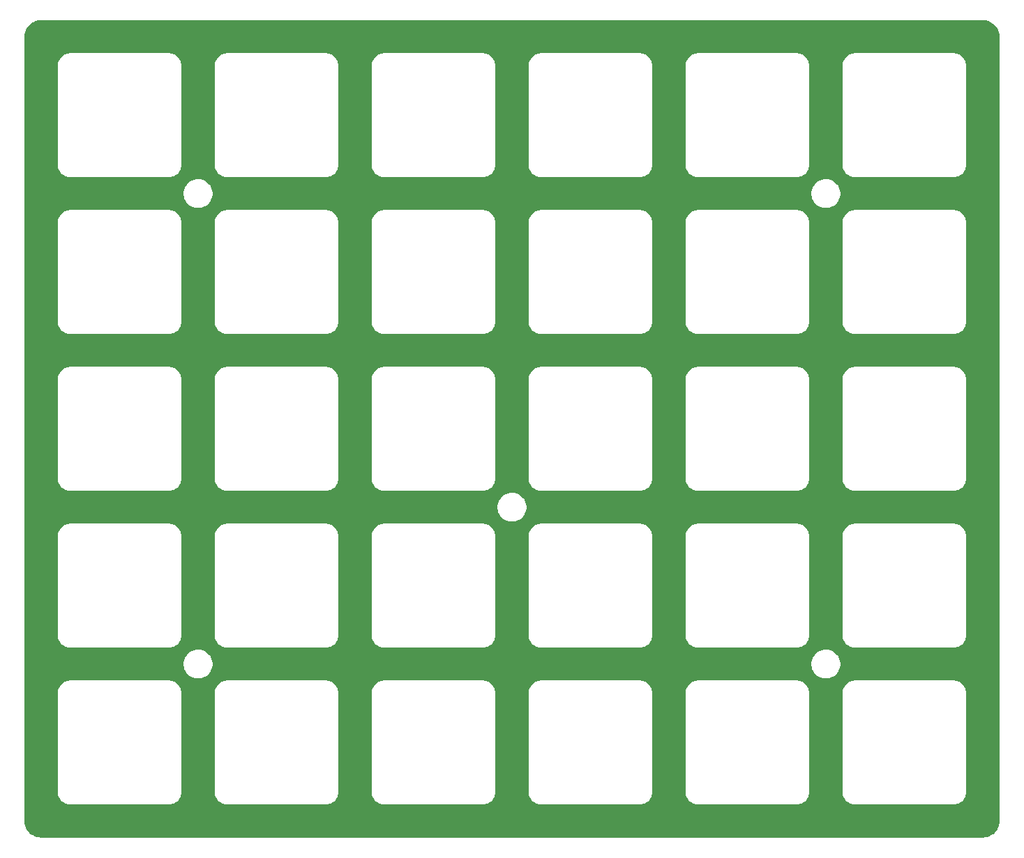
<source format=gtl>
%TF.GenerationSoftware,KiCad,Pcbnew,(6.0.5-0)*%
%TF.CreationDate,2022-06-21T10:59:48+08:00*%
%TF.ProjectId,Plate,506c6174-652e-46b6-9963-61645f706362,rev?*%
%TF.SameCoordinates,PX4bb2a98PY4bb2a98*%
%TF.FileFunction,Copper,L1,Top*%
%TF.FilePolarity,Positive*%
%FSLAX46Y46*%
G04 Gerber Fmt 4.6, Leading zero omitted, Abs format (unit mm)*
G04 Created by KiCad (PCBNEW (6.0.5-0)) date 2022-06-21 10:59:48*
%MOMM*%
%LPD*%
G01*
G04 APERTURE LIST*
G04 APERTURE END LIST*
%TA.AperFunction,NonConductor*%
G36*
X57120018Y59180000D02*
G01*
X57134851Y59177690D01*
X57134855Y59177690D01*
X57143724Y59176309D01*
X57152626Y59177473D01*
X57152629Y59177473D01*
X57160012Y59178439D01*
X57184591Y59179233D01*
X57211442Y59177473D01*
X57406922Y59164660D01*
X57423262Y59162509D01*
X57545477Y59138199D01*
X57667696Y59113888D01*
X57683606Y59109625D01*
X57919600Y59029516D01*
X57934826Y59023209D01*
X58158342Y58912984D01*
X58172616Y58904743D01*
X58379829Y58766287D01*
X58392905Y58756254D01*
X58580278Y58591932D01*
X58591932Y58580278D01*
X58756254Y58392905D01*
X58766287Y58379829D01*
X58904743Y58172616D01*
X58912984Y58158342D01*
X59023209Y57934826D01*
X59029515Y57919602D01*
X59109625Y57683606D01*
X59113889Y57667693D01*
X59162509Y57423262D01*
X59164660Y57406922D01*
X59178763Y57191764D01*
X59177733Y57168650D01*
X59177690Y57165146D01*
X59176309Y57156276D01*
X59177473Y57147374D01*
X59177473Y57147372D01*
X59180436Y57124717D01*
X59181500Y57108379D01*
X59181500Y-38050633D01*
X59180000Y-38070018D01*
X59177690Y-38084851D01*
X59177690Y-38084855D01*
X59176309Y-38093724D01*
X59177473Y-38102626D01*
X59177473Y-38102629D01*
X59178439Y-38110012D01*
X59179233Y-38134591D01*
X59164660Y-38356922D01*
X59162509Y-38373262D01*
X59113889Y-38617693D01*
X59109625Y-38633606D01*
X59075312Y-38734689D01*
X59029516Y-38869600D01*
X59023209Y-38884826D01*
X58912984Y-39108342D01*
X58904743Y-39122616D01*
X58766287Y-39329829D01*
X58756254Y-39342905D01*
X58591932Y-39530278D01*
X58580278Y-39541932D01*
X58392905Y-39706254D01*
X58379829Y-39716287D01*
X58172616Y-39854743D01*
X58158342Y-39862984D01*
X57934826Y-39973209D01*
X57919602Y-39979515D01*
X57683606Y-40059625D01*
X57667696Y-40063888D01*
X57545478Y-40088199D01*
X57423262Y-40112509D01*
X57406922Y-40114660D01*
X57258134Y-40124413D01*
X57191763Y-40128763D01*
X57168650Y-40127733D01*
X57165146Y-40127690D01*
X57156276Y-40126309D01*
X57147374Y-40127473D01*
X57147372Y-40127473D01*
X57133915Y-40129233D01*
X57124714Y-40130436D01*
X57108379Y-40131500D01*
X-57100633Y-40131500D01*
X-57120018Y-40130000D01*
X-57134851Y-40127690D01*
X-57134855Y-40127690D01*
X-57143724Y-40126309D01*
X-57152626Y-40127473D01*
X-57152629Y-40127473D01*
X-57160012Y-40128439D01*
X-57184591Y-40129233D01*
X-57229201Y-40126309D01*
X-57406922Y-40114660D01*
X-57423262Y-40112509D01*
X-57545478Y-40088199D01*
X-57667696Y-40063888D01*
X-57683606Y-40059625D01*
X-57919602Y-39979515D01*
X-57934826Y-39973209D01*
X-58158342Y-39862984D01*
X-58172616Y-39854743D01*
X-58379829Y-39716287D01*
X-58392905Y-39706254D01*
X-58580278Y-39541932D01*
X-58591932Y-39530278D01*
X-58756254Y-39342905D01*
X-58766287Y-39329829D01*
X-58904743Y-39122616D01*
X-58912984Y-39108342D01*
X-59023209Y-38884826D01*
X-59029516Y-38869600D01*
X-59075312Y-38734689D01*
X-59109625Y-38633606D01*
X-59113889Y-38617693D01*
X-59162509Y-38373262D01*
X-59164660Y-38356922D01*
X-59178524Y-38145407D01*
X-59177350Y-38122232D01*
X-59177666Y-38122204D01*
X-59177230Y-38117344D01*
X-59176424Y-38112552D01*
X-59176271Y-38100000D01*
X-59180227Y-38072376D01*
X-59181500Y-38054514D01*
X-59181500Y-34568724D01*
X-55138691Y-34568724D01*
X-55137208Y-34580062D01*
X-55136465Y-34587406D01*
X-55121959Y-34790230D01*
X-55076092Y-35001079D01*
X-55074520Y-35005294D01*
X-55074519Y-35005297D01*
X-55052657Y-35063910D01*
X-55000685Y-35203254D01*
X-54897272Y-35392640D01*
X-54767960Y-35565381D01*
X-54615381Y-35717960D01*
X-54442640Y-35847272D01*
X-54253254Y-35950685D01*
X-54152167Y-35988388D01*
X-54055297Y-36024519D01*
X-54055294Y-36024520D01*
X-54051079Y-36026092D01*
X-54046689Y-36027047D01*
X-54046682Y-36027049D01*
X-53891771Y-36060747D01*
X-53840230Y-36071959D01*
X-53665465Y-36084459D01*
X-53653554Y-36085884D01*
X-53642352Y-36087769D01*
X-53642345Y-36087770D01*
X-53637552Y-36088576D01*
X-53631276Y-36088652D01*
X-53629860Y-36088670D01*
X-53629857Y-36088670D01*
X-53625000Y-36088729D01*
X-53597376Y-36084773D01*
X-53579514Y-36083500D01*
X-41678250Y-36083500D01*
X-41657345Y-36085246D01*
X-41642344Y-36087770D01*
X-41642341Y-36087770D01*
X-41637552Y-36088576D01*
X-41631313Y-36088652D01*
X-41629860Y-36088670D01*
X-41629857Y-36088670D01*
X-41625000Y-36088729D01*
X-41610210Y-36086611D01*
X-41601357Y-36085662D01*
X-41414258Y-36072280D01*
X-41409770Y-36071959D01*
X-41358229Y-36060747D01*
X-41203318Y-36027049D01*
X-41203311Y-36027047D01*
X-41198921Y-36026092D01*
X-41194706Y-36024520D01*
X-41194703Y-36024519D01*
X-41097833Y-35988388D01*
X-40996746Y-35950685D01*
X-40807360Y-35847272D01*
X-40634619Y-35717960D01*
X-40482040Y-35565381D01*
X-40352728Y-35392640D01*
X-40249315Y-35203254D01*
X-40197343Y-35063910D01*
X-40175481Y-35005297D01*
X-40175480Y-35005294D01*
X-40173908Y-35001079D01*
X-40128041Y-34790230D01*
X-40115541Y-34615465D01*
X-40114116Y-34603554D01*
X-40112231Y-34592352D01*
X-40112230Y-34592345D01*
X-40111424Y-34587552D01*
X-40111347Y-34581276D01*
X-40111330Y-34579860D01*
X-40111330Y-34579857D01*
X-40111271Y-34575000D01*
X-40112170Y-34568724D01*
X-36088691Y-34568724D01*
X-36087208Y-34580062D01*
X-36086465Y-34587406D01*
X-36071959Y-34790230D01*
X-36026092Y-35001079D01*
X-36024520Y-35005294D01*
X-36024519Y-35005297D01*
X-36002657Y-35063910D01*
X-35950685Y-35203254D01*
X-35847272Y-35392640D01*
X-35717960Y-35565381D01*
X-35565381Y-35717960D01*
X-35392640Y-35847272D01*
X-35203254Y-35950685D01*
X-35102167Y-35988388D01*
X-35005297Y-36024519D01*
X-35005294Y-36024520D01*
X-35001079Y-36026092D01*
X-34996689Y-36027047D01*
X-34996682Y-36027049D01*
X-34841771Y-36060747D01*
X-34790230Y-36071959D01*
X-34615465Y-36084459D01*
X-34603554Y-36085884D01*
X-34592352Y-36087769D01*
X-34592345Y-36087770D01*
X-34587552Y-36088576D01*
X-34581276Y-36088652D01*
X-34579860Y-36088670D01*
X-34579857Y-36088670D01*
X-34575000Y-36088729D01*
X-34547376Y-36084773D01*
X-34529514Y-36083500D01*
X-22628250Y-36083500D01*
X-22607345Y-36085246D01*
X-22592344Y-36087770D01*
X-22592341Y-36087770D01*
X-22587552Y-36088576D01*
X-22581313Y-36088652D01*
X-22579860Y-36088670D01*
X-22579857Y-36088670D01*
X-22575000Y-36088729D01*
X-22560210Y-36086611D01*
X-22551357Y-36085662D01*
X-22364258Y-36072280D01*
X-22359770Y-36071959D01*
X-22308229Y-36060747D01*
X-22153318Y-36027049D01*
X-22153311Y-36027047D01*
X-22148921Y-36026092D01*
X-22144706Y-36024520D01*
X-22144703Y-36024519D01*
X-22047833Y-35988388D01*
X-21946746Y-35950685D01*
X-21757360Y-35847272D01*
X-21584619Y-35717960D01*
X-21432040Y-35565381D01*
X-21302728Y-35392640D01*
X-21199315Y-35203254D01*
X-21147343Y-35063910D01*
X-21125481Y-35005297D01*
X-21125480Y-35005294D01*
X-21123908Y-35001079D01*
X-21078041Y-34790230D01*
X-21065541Y-34615465D01*
X-21064116Y-34603554D01*
X-21062231Y-34592352D01*
X-21062230Y-34592345D01*
X-21061424Y-34587552D01*
X-21061347Y-34581276D01*
X-21061330Y-34579860D01*
X-21061330Y-34579857D01*
X-21061271Y-34575000D01*
X-21062170Y-34568724D01*
X-17038691Y-34568724D01*
X-17037208Y-34580062D01*
X-17036465Y-34587406D01*
X-17021959Y-34790230D01*
X-16976092Y-35001079D01*
X-16974520Y-35005294D01*
X-16974519Y-35005297D01*
X-16952657Y-35063910D01*
X-16900685Y-35203254D01*
X-16797272Y-35392640D01*
X-16667960Y-35565381D01*
X-16515381Y-35717960D01*
X-16342640Y-35847272D01*
X-16153254Y-35950685D01*
X-16052167Y-35988388D01*
X-15955297Y-36024519D01*
X-15955294Y-36024520D01*
X-15951079Y-36026092D01*
X-15946689Y-36027047D01*
X-15946682Y-36027049D01*
X-15791771Y-36060747D01*
X-15740230Y-36071959D01*
X-15565465Y-36084459D01*
X-15553554Y-36085884D01*
X-15542352Y-36087769D01*
X-15542345Y-36087770D01*
X-15537552Y-36088576D01*
X-15531276Y-36088652D01*
X-15529860Y-36088670D01*
X-15529857Y-36088670D01*
X-15525000Y-36088729D01*
X-15497376Y-36084773D01*
X-15479514Y-36083500D01*
X-3578250Y-36083500D01*
X-3557345Y-36085246D01*
X-3542344Y-36087770D01*
X-3542341Y-36087770D01*
X-3537552Y-36088576D01*
X-3531313Y-36088652D01*
X-3529860Y-36088670D01*
X-3529857Y-36088670D01*
X-3525000Y-36088729D01*
X-3510210Y-36086611D01*
X-3501357Y-36085662D01*
X-3314258Y-36072280D01*
X-3309770Y-36071959D01*
X-3258229Y-36060747D01*
X-3103318Y-36027049D01*
X-3103311Y-36027047D01*
X-3098921Y-36026092D01*
X-3094706Y-36024520D01*
X-3094703Y-36024519D01*
X-2997833Y-35988388D01*
X-2896746Y-35950685D01*
X-2707360Y-35847272D01*
X-2534619Y-35717960D01*
X-2382040Y-35565381D01*
X-2252728Y-35392640D01*
X-2149315Y-35203254D01*
X-2097343Y-35063910D01*
X-2075481Y-35005297D01*
X-2075480Y-35005294D01*
X-2073908Y-35001079D01*
X-2028041Y-34790230D01*
X-2015541Y-34615465D01*
X-2014116Y-34603554D01*
X-2012231Y-34592352D01*
X-2012230Y-34592345D01*
X-2011424Y-34587552D01*
X-2011348Y-34581276D01*
X-2011330Y-34579860D01*
X-2011330Y-34579857D01*
X-2011271Y-34575000D01*
X-2012170Y-34568724D01*
X2011309Y-34568724D01*
X2012792Y-34580062D01*
X2013535Y-34587406D01*
X2028041Y-34790230D01*
X2073908Y-35001079D01*
X2075480Y-35005294D01*
X2075481Y-35005297D01*
X2097343Y-35063910D01*
X2149315Y-35203254D01*
X2252728Y-35392640D01*
X2382040Y-35565381D01*
X2534619Y-35717960D01*
X2707360Y-35847272D01*
X2896746Y-35950685D01*
X2997833Y-35988388D01*
X3094703Y-36024519D01*
X3094706Y-36024520D01*
X3098921Y-36026092D01*
X3103311Y-36027047D01*
X3103318Y-36027049D01*
X3258229Y-36060747D01*
X3309770Y-36071959D01*
X3484535Y-36084459D01*
X3496446Y-36085884D01*
X3507648Y-36087769D01*
X3507655Y-36087770D01*
X3512448Y-36088576D01*
X3518724Y-36088652D01*
X3520140Y-36088670D01*
X3520143Y-36088670D01*
X3525000Y-36088729D01*
X3552624Y-36084773D01*
X3570486Y-36083500D01*
X15471750Y-36083500D01*
X15492655Y-36085246D01*
X15507656Y-36087770D01*
X15507659Y-36087770D01*
X15512448Y-36088576D01*
X15518687Y-36088652D01*
X15520140Y-36088670D01*
X15520143Y-36088670D01*
X15525000Y-36088729D01*
X15539790Y-36086611D01*
X15548643Y-36085662D01*
X15735742Y-36072280D01*
X15740230Y-36071959D01*
X15791771Y-36060747D01*
X15946682Y-36027049D01*
X15946689Y-36027047D01*
X15951079Y-36026092D01*
X15955294Y-36024520D01*
X15955297Y-36024519D01*
X16052167Y-35988388D01*
X16153254Y-35950685D01*
X16342640Y-35847272D01*
X16515381Y-35717960D01*
X16667960Y-35565381D01*
X16797272Y-35392640D01*
X16900685Y-35203254D01*
X16952657Y-35063910D01*
X16974519Y-35005297D01*
X16974520Y-35005294D01*
X16976092Y-35001079D01*
X17021959Y-34790230D01*
X17034459Y-34615465D01*
X17035884Y-34603554D01*
X17037769Y-34592352D01*
X17037770Y-34592345D01*
X17038576Y-34587552D01*
X17038652Y-34581276D01*
X17038670Y-34579860D01*
X17038670Y-34579857D01*
X17038729Y-34575000D01*
X17037830Y-34568724D01*
X21061309Y-34568724D01*
X21062792Y-34580062D01*
X21063535Y-34587406D01*
X21078041Y-34790230D01*
X21123908Y-35001079D01*
X21125480Y-35005294D01*
X21125481Y-35005297D01*
X21147343Y-35063910D01*
X21199315Y-35203254D01*
X21302728Y-35392640D01*
X21432040Y-35565381D01*
X21584619Y-35717960D01*
X21757360Y-35847272D01*
X21946746Y-35950685D01*
X22047833Y-35988388D01*
X22144703Y-36024519D01*
X22144706Y-36024520D01*
X22148921Y-36026092D01*
X22153311Y-36027047D01*
X22153318Y-36027049D01*
X22308229Y-36060747D01*
X22359770Y-36071959D01*
X22534535Y-36084459D01*
X22546446Y-36085884D01*
X22557648Y-36087769D01*
X22557655Y-36087770D01*
X22562448Y-36088576D01*
X22568724Y-36088652D01*
X22570140Y-36088670D01*
X22570143Y-36088670D01*
X22575000Y-36088729D01*
X22602624Y-36084773D01*
X22620486Y-36083500D01*
X34521750Y-36083500D01*
X34542655Y-36085246D01*
X34557656Y-36087770D01*
X34557659Y-36087770D01*
X34562448Y-36088576D01*
X34568687Y-36088652D01*
X34570140Y-36088670D01*
X34570143Y-36088670D01*
X34575000Y-36088729D01*
X34589790Y-36086611D01*
X34598643Y-36085662D01*
X34785742Y-36072280D01*
X34790230Y-36071959D01*
X34841771Y-36060747D01*
X34996682Y-36027049D01*
X34996689Y-36027047D01*
X35001079Y-36026092D01*
X35005294Y-36024520D01*
X35005297Y-36024519D01*
X35102167Y-35988388D01*
X35203254Y-35950685D01*
X35392640Y-35847272D01*
X35565381Y-35717960D01*
X35717960Y-35565381D01*
X35847272Y-35392640D01*
X35950685Y-35203254D01*
X36002657Y-35063910D01*
X36024519Y-35005297D01*
X36024520Y-35005294D01*
X36026092Y-35001079D01*
X36071959Y-34790230D01*
X36084459Y-34615465D01*
X36085884Y-34603554D01*
X36087769Y-34592352D01*
X36087770Y-34592345D01*
X36088576Y-34587552D01*
X36088652Y-34581276D01*
X36088670Y-34579860D01*
X36088670Y-34579857D01*
X36088729Y-34575000D01*
X36087830Y-34568724D01*
X40111309Y-34568724D01*
X40112792Y-34580062D01*
X40113535Y-34587406D01*
X40128041Y-34790230D01*
X40173908Y-35001079D01*
X40175480Y-35005294D01*
X40175481Y-35005297D01*
X40197343Y-35063910D01*
X40249315Y-35203254D01*
X40352728Y-35392640D01*
X40482040Y-35565381D01*
X40634619Y-35717960D01*
X40807360Y-35847272D01*
X40996746Y-35950685D01*
X41097833Y-35988388D01*
X41194703Y-36024519D01*
X41194706Y-36024520D01*
X41198921Y-36026092D01*
X41203311Y-36027047D01*
X41203318Y-36027049D01*
X41358229Y-36060747D01*
X41409770Y-36071959D01*
X41584535Y-36084459D01*
X41596446Y-36085884D01*
X41607648Y-36087769D01*
X41607655Y-36087770D01*
X41612448Y-36088576D01*
X41618724Y-36088652D01*
X41620140Y-36088670D01*
X41620143Y-36088670D01*
X41625000Y-36088729D01*
X41652624Y-36084773D01*
X41670486Y-36083500D01*
X53571750Y-36083500D01*
X53592655Y-36085246D01*
X53607656Y-36087770D01*
X53607659Y-36087770D01*
X53612448Y-36088576D01*
X53618687Y-36088652D01*
X53620140Y-36088670D01*
X53620143Y-36088670D01*
X53625000Y-36088729D01*
X53639790Y-36086611D01*
X53648643Y-36085662D01*
X53835742Y-36072280D01*
X53840230Y-36071959D01*
X53891771Y-36060747D01*
X54046682Y-36027049D01*
X54046689Y-36027047D01*
X54051079Y-36026092D01*
X54055294Y-36024520D01*
X54055297Y-36024519D01*
X54152167Y-35988388D01*
X54253254Y-35950685D01*
X54442640Y-35847272D01*
X54615381Y-35717960D01*
X54767960Y-35565381D01*
X54897272Y-35392640D01*
X55000685Y-35203254D01*
X55052657Y-35063910D01*
X55074519Y-35005297D01*
X55074520Y-35005294D01*
X55076092Y-35001079D01*
X55121959Y-34790230D01*
X55134459Y-34615465D01*
X55135884Y-34603554D01*
X55137769Y-34592352D01*
X55137770Y-34592345D01*
X55138576Y-34587552D01*
X55138652Y-34581276D01*
X55138670Y-34579860D01*
X55138670Y-34579857D01*
X55138729Y-34575000D01*
X55134773Y-34547376D01*
X55133500Y-34529514D01*
X55133500Y-22628250D01*
X55135246Y-22607345D01*
X55137770Y-22592344D01*
X55137770Y-22592341D01*
X55138576Y-22587552D01*
X55138729Y-22575000D01*
X55136611Y-22560210D01*
X55135662Y-22551357D01*
X55122280Y-22364258D01*
X55121959Y-22359770D01*
X55076092Y-22148921D01*
X55053628Y-22088691D01*
X55002258Y-21950964D01*
X55000685Y-21946746D01*
X54897272Y-21757360D01*
X54767960Y-21584619D01*
X54615381Y-21432040D01*
X54442640Y-21302728D01*
X54253254Y-21199315D01*
X54152166Y-21161611D01*
X54055297Y-21125481D01*
X54055294Y-21125480D01*
X54051079Y-21123908D01*
X54046689Y-21122953D01*
X54046682Y-21122951D01*
X53891771Y-21089253D01*
X53840230Y-21078041D01*
X53665465Y-21065541D01*
X53653554Y-21064116D01*
X53642352Y-21062231D01*
X53642345Y-21062230D01*
X53637552Y-21061424D01*
X53631276Y-21061347D01*
X53629860Y-21061330D01*
X53629857Y-21061330D01*
X53625000Y-21061271D01*
X53605134Y-21064116D01*
X53597376Y-21065227D01*
X53579514Y-21066500D01*
X41678250Y-21066500D01*
X41657345Y-21064754D01*
X41642344Y-21062230D01*
X41642341Y-21062230D01*
X41637552Y-21061424D01*
X41631313Y-21061348D01*
X41629860Y-21061330D01*
X41629857Y-21061330D01*
X41625000Y-21061271D01*
X41610210Y-21063389D01*
X41601357Y-21064338D01*
X41414258Y-21077720D01*
X41409770Y-21078041D01*
X41358229Y-21089253D01*
X41203318Y-21122951D01*
X41203311Y-21122953D01*
X41198921Y-21123908D01*
X41194706Y-21125480D01*
X41194703Y-21125481D01*
X41097834Y-21161611D01*
X40996746Y-21199315D01*
X40807360Y-21302728D01*
X40634619Y-21432040D01*
X40482040Y-21584619D01*
X40352728Y-21757360D01*
X40249315Y-21946746D01*
X40247742Y-21950964D01*
X40196373Y-22088691D01*
X40173908Y-22148921D01*
X40128041Y-22359770D01*
X40120470Y-22465631D01*
X40114988Y-22542275D01*
X40113808Y-22552675D01*
X40112690Y-22559851D01*
X40112690Y-22559855D01*
X40111309Y-22568724D01*
X40112473Y-22577626D01*
X40112473Y-22577628D01*
X40115436Y-22600283D01*
X40116500Y-22616621D01*
X40116500Y-34525633D01*
X40115000Y-34545018D01*
X40112690Y-34559851D01*
X40112690Y-34559855D01*
X40111309Y-34568724D01*
X36087830Y-34568724D01*
X36084773Y-34547376D01*
X36083500Y-34529514D01*
X36083500Y-22628250D01*
X36085246Y-22607345D01*
X36087770Y-22592344D01*
X36087770Y-22592341D01*
X36088576Y-22587552D01*
X36088729Y-22575000D01*
X36086611Y-22560210D01*
X36085662Y-22551357D01*
X36072280Y-22364258D01*
X36071959Y-22359770D01*
X36026092Y-22148921D01*
X36003628Y-22088691D01*
X35952258Y-21950964D01*
X35950685Y-21946746D01*
X35847272Y-21757360D01*
X35717960Y-21584619D01*
X35565381Y-21432040D01*
X35392640Y-21302728D01*
X35203254Y-21199315D01*
X35102166Y-21161611D01*
X35005297Y-21125481D01*
X35005294Y-21125480D01*
X35001079Y-21123908D01*
X34996689Y-21122953D01*
X34996682Y-21122951D01*
X34841771Y-21089253D01*
X34790230Y-21078041D01*
X34615465Y-21065541D01*
X34603554Y-21064116D01*
X34592352Y-21062231D01*
X34592345Y-21062230D01*
X34587552Y-21061424D01*
X34581276Y-21061347D01*
X34579860Y-21061330D01*
X34579857Y-21061330D01*
X34575000Y-21061271D01*
X34555134Y-21064116D01*
X34547376Y-21065227D01*
X34529514Y-21066500D01*
X22628250Y-21066500D01*
X22607345Y-21064754D01*
X22592344Y-21062230D01*
X22592341Y-21062230D01*
X22587552Y-21061424D01*
X22581313Y-21061348D01*
X22579860Y-21061330D01*
X22579857Y-21061330D01*
X22575000Y-21061271D01*
X22560210Y-21063389D01*
X22551357Y-21064338D01*
X22364258Y-21077720D01*
X22359770Y-21078041D01*
X22308229Y-21089253D01*
X22153318Y-21122951D01*
X22153311Y-21122953D01*
X22148921Y-21123908D01*
X22144706Y-21125480D01*
X22144703Y-21125481D01*
X22047834Y-21161611D01*
X21946746Y-21199315D01*
X21757360Y-21302728D01*
X21584619Y-21432040D01*
X21432040Y-21584619D01*
X21302728Y-21757360D01*
X21199315Y-21946746D01*
X21197742Y-21950964D01*
X21146373Y-22088691D01*
X21123908Y-22148921D01*
X21078041Y-22359770D01*
X21070470Y-22465631D01*
X21064988Y-22542275D01*
X21063808Y-22552675D01*
X21062690Y-22559851D01*
X21062690Y-22559855D01*
X21061309Y-22568724D01*
X21062473Y-22577626D01*
X21062473Y-22577628D01*
X21065436Y-22600283D01*
X21066500Y-22616621D01*
X21066500Y-34525633D01*
X21065000Y-34545018D01*
X21062690Y-34559851D01*
X21062690Y-34559855D01*
X21061309Y-34568724D01*
X17037830Y-34568724D01*
X17034773Y-34547376D01*
X17033500Y-34529514D01*
X17033500Y-22628250D01*
X17035246Y-22607345D01*
X17037770Y-22592344D01*
X17037770Y-22592341D01*
X17038576Y-22587552D01*
X17038729Y-22575000D01*
X17036611Y-22560210D01*
X17035662Y-22551357D01*
X17022280Y-22364258D01*
X17021959Y-22359770D01*
X16976092Y-22148921D01*
X16953628Y-22088691D01*
X16902258Y-21950964D01*
X16900685Y-21946746D01*
X16797272Y-21757360D01*
X16667960Y-21584619D01*
X16515381Y-21432040D01*
X16342640Y-21302728D01*
X16153254Y-21199315D01*
X16052166Y-21161611D01*
X15955297Y-21125481D01*
X15955294Y-21125480D01*
X15951079Y-21123908D01*
X15946689Y-21122953D01*
X15946682Y-21122951D01*
X15791771Y-21089253D01*
X15740230Y-21078041D01*
X15565465Y-21065541D01*
X15553554Y-21064116D01*
X15542352Y-21062231D01*
X15542345Y-21062230D01*
X15537552Y-21061424D01*
X15531276Y-21061347D01*
X15529860Y-21061330D01*
X15529857Y-21061330D01*
X15525000Y-21061271D01*
X15505134Y-21064116D01*
X15497376Y-21065227D01*
X15479514Y-21066500D01*
X3578250Y-21066500D01*
X3557345Y-21064754D01*
X3542344Y-21062230D01*
X3542341Y-21062230D01*
X3537552Y-21061424D01*
X3531313Y-21061348D01*
X3529860Y-21061330D01*
X3529857Y-21061330D01*
X3525000Y-21061271D01*
X3510210Y-21063389D01*
X3501357Y-21064338D01*
X3314258Y-21077720D01*
X3309770Y-21078041D01*
X3258229Y-21089253D01*
X3103318Y-21122951D01*
X3103311Y-21122953D01*
X3098921Y-21123908D01*
X3094706Y-21125480D01*
X3094703Y-21125481D01*
X2997834Y-21161611D01*
X2896746Y-21199315D01*
X2707360Y-21302728D01*
X2534619Y-21432040D01*
X2382040Y-21584619D01*
X2252728Y-21757360D01*
X2149315Y-21946746D01*
X2147742Y-21950964D01*
X2096373Y-22088691D01*
X2073908Y-22148921D01*
X2028041Y-22359770D01*
X2020470Y-22465631D01*
X2014988Y-22542275D01*
X2013808Y-22552675D01*
X2012690Y-22559851D01*
X2012690Y-22559855D01*
X2011309Y-22568724D01*
X2012473Y-22577626D01*
X2012473Y-22577628D01*
X2015436Y-22600283D01*
X2016500Y-22616621D01*
X2016500Y-34525633D01*
X2015000Y-34545018D01*
X2012690Y-34559851D01*
X2012690Y-34559855D01*
X2011309Y-34568724D01*
X-2012170Y-34568724D01*
X-2015227Y-34547376D01*
X-2016500Y-34529514D01*
X-2016500Y-22628250D01*
X-2014754Y-22607345D01*
X-2012230Y-22592344D01*
X-2012230Y-22592341D01*
X-2011424Y-22587552D01*
X-2011271Y-22575000D01*
X-2013389Y-22560210D01*
X-2014338Y-22551357D01*
X-2027720Y-22364258D01*
X-2028041Y-22359770D01*
X-2073908Y-22148921D01*
X-2096372Y-22088691D01*
X-2147742Y-21950964D01*
X-2149315Y-21946746D01*
X-2252728Y-21757360D01*
X-2382040Y-21584619D01*
X-2534619Y-21432040D01*
X-2707360Y-21302728D01*
X-2896746Y-21199315D01*
X-2997834Y-21161611D01*
X-3094703Y-21125481D01*
X-3094706Y-21125480D01*
X-3098921Y-21123908D01*
X-3103311Y-21122953D01*
X-3103318Y-21122951D01*
X-3258229Y-21089253D01*
X-3309770Y-21078041D01*
X-3484535Y-21065541D01*
X-3496446Y-21064116D01*
X-3507648Y-21062231D01*
X-3507655Y-21062230D01*
X-3512448Y-21061424D01*
X-3518724Y-21061347D01*
X-3520140Y-21061330D01*
X-3520143Y-21061330D01*
X-3525000Y-21061271D01*
X-3544866Y-21064116D01*
X-3552624Y-21065227D01*
X-3570486Y-21066500D01*
X-15471750Y-21066500D01*
X-15492655Y-21064754D01*
X-15507656Y-21062230D01*
X-15507659Y-21062230D01*
X-15512448Y-21061424D01*
X-15518687Y-21061348D01*
X-15520140Y-21061330D01*
X-15520143Y-21061330D01*
X-15525000Y-21061271D01*
X-15539790Y-21063389D01*
X-15548643Y-21064338D01*
X-15735742Y-21077720D01*
X-15740230Y-21078041D01*
X-15791771Y-21089253D01*
X-15946682Y-21122951D01*
X-15946689Y-21122953D01*
X-15951079Y-21123908D01*
X-15955294Y-21125480D01*
X-15955297Y-21125481D01*
X-16052166Y-21161611D01*
X-16153254Y-21199315D01*
X-16342640Y-21302728D01*
X-16515381Y-21432040D01*
X-16667960Y-21584619D01*
X-16797272Y-21757360D01*
X-16900685Y-21946746D01*
X-16902258Y-21950964D01*
X-16953627Y-22088691D01*
X-16976092Y-22148921D01*
X-17021959Y-22359770D01*
X-17029530Y-22465631D01*
X-17035012Y-22542275D01*
X-17036192Y-22552675D01*
X-17037310Y-22559851D01*
X-17037310Y-22559855D01*
X-17038691Y-22568724D01*
X-17037527Y-22577626D01*
X-17037527Y-22577628D01*
X-17034564Y-22600283D01*
X-17033500Y-22616621D01*
X-17033500Y-34525633D01*
X-17035000Y-34545018D01*
X-17037310Y-34559851D01*
X-17037310Y-34559855D01*
X-17038691Y-34568724D01*
X-21062170Y-34568724D01*
X-21065227Y-34547376D01*
X-21066500Y-34529514D01*
X-21066500Y-22628250D01*
X-21064754Y-22607345D01*
X-21062230Y-22592344D01*
X-21062230Y-22592341D01*
X-21061424Y-22587552D01*
X-21061271Y-22575000D01*
X-21063389Y-22560210D01*
X-21064338Y-22551357D01*
X-21077720Y-22364258D01*
X-21078041Y-22359770D01*
X-21123908Y-22148921D01*
X-21146372Y-22088691D01*
X-21197742Y-21950964D01*
X-21199315Y-21946746D01*
X-21302728Y-21757360D01*
X-21432040Y-21584619D01*
X-21584619Y-21432040D01*
X-21757360Y-21302728D01*
X-21946746Y-21199315D01*
X-22047834Y-21161611D01*
X-22144703Y-21125481D01*
X-22144706Y-21125480D01*
X-22148921Y-21123908D01*
X-22153311Y-21122953D01*
X-22153318Y-21122951D01*
X-22308229Y-21089253D01*
X-22359770Y-21078041D01*
X-22534535Y-21065541D01*
X-22546446Y-21064116D01*
X-22557648Y-21062231D01*
X-22557655Y-21062230D01*
X-22562448Y-21061424D01*
X-22568724Y-21061347D01*
X-22570140Y-21061330D01*
X-22570143Y-21061330D01*
X-22575000Y-21061271D01*
X-22594866Y-21064116D01*
X-22602624Y-21065227D01*
X-22620486Y-21066500D01*
X-34521750Y-21066500D01*
X-34542655Y-21064754D01*
X-34557656Y-21062230D01*
X-34557659Y-21062230D01*
X-34562448Y-21061424D01*
X-34568687Y-21061348D01*
X-34570140Y-21061330D01*
X-34570143Y-21061330D01*
X-34575000Y-21061271D01*
X-34589790Y-21063389D01*
X-34598643Y-21064338D01*
X-34785742Y-21077720D01*
X-34790230Y-21078041D01*
X-34841771Y-21089253D01*
X-34996682Y-21122951D01*
X-34996689Y-21122953D01*
X-35001079Y-21123908D01*
X-35005294Y-21125480D01*
X-35005297Y-21125481D01*
X-35102166Y-21161611D01*
X-35203254Y-21199315D01*
X-35392640Y-21302728D01*
X-35565381Y-21432040D01*
X-35717960Y-21584619D01*
X-35847272Y-21757360D01*
X-35950685Y-21946746D01*
X-35952258Y-21950964D01*
X-36003627Y-22088691D01*
X-36026092Y-22148921D01*
X-36071959Y-22359770D01*
X-36079530Y-22465631D01*
X-36085012Y-22542275D01*
X-36086192Y-22552675D01*
X-36087310Y-22559851D01*
X-36087310Y-22559855D01*
X-36088691Y-22568724D01*
X-36087527Y-22577626D01*
X-36087527Y-22577628D01*
X-36084564Y-22600283D01*
X-36083500Y-22616621D01*
X-36083500Y-34525633D01*
X-36085000Y-34545018D01*
X-36087310Y-34559851D01*
X-36087310Y-34559855D01*
X-36088691Y-34568724D01*
X-40112170Y-34568724D01*
X-40115227Y-34547376D01*
X-40116500Y-34529514D01*
X-40116500Y-22628250D01*
X-40114754Y-22607345D01*
X-40112230Y-22592344D01*
X-40112230Y-22592341D01*
X-40111424Y-22587552D01*
X-40111271Y-22575000D01*
X-40113389Y-22560210D01*
X-40114338Y-22551357D01*
X-40127720Y-22364258D01*
X-40128041Y-22359770D01*
X-40173908Y-22148921D01*
X-40196372Y-22088691D01*
X-40247742Y-21950964D01*
X-40249315Y-21946746D01*
X-40352728Y-21757360D01*
X-40482040Y-21584619D01*
X-40634619Y-21432040D01*
X-40807360Y-21302728D01*
X-40996746Y-21199315D01*
X-41097834Y-21161611D01*
X-41194703Y-21125481D01*
X-41194706Y-21125480D01*
X-41198921Y-21123908D01*
X-41203311Y-21122953D01*
X-41203318Y-21122951D01*
X-41358229Y-21089253D01*
X-41409770Y-21078041D01*
X-41584535Y-21065541D01*
X-41596446Y-21064116D01*
X-41607648Y-21062231D01*
X-41607655Y-21062230D01*
X-41612448Y-21061424D01*
X-41618724Y-21061347D01*
X-41620140Y-21061330D01*
X-41620143Y-21061330D01*
X-41625000Y-21061271D01*
X-41644866Y-21064116D01*
X-41652624Y-21065227D01*
X-41670486Y-21066500D01*
X-53571750Y-21066500D01*
X-53592655Y-21064754D01*
X-53607656Y-21062230D01*
X-53607659Y-21062230D01*
X-53612448Y-21061424D01*
X-53618687Y-21061348D01*
X-53620140Y-21061330D01*
X-53620143Y-21061330D01*
X-53625000Y-21061271D01*
X-53639790Y-21063389D01*
X-53648643Y-21064338D01*
X-53835742Y-21077720D01*
X-53840230Y-21078041D01*
X-53891771Y-21089253D01*
X-54046682Y-21122951D01*
X-54046689Y-21122953D01*
X-54051079Y-21123908D01*
X-54055294Y-21125480D01*
X-54055297Y-21125481D01*
X-54152166Y-21161611D01*
X-54253254Y-21199315D01*
X-54442640Y-21302728D01*
X-54615381Y-21432040D01*
X-54767960Y-21584619D01*
X-54897272Y-21757360D01*
X-55000685Y-21946746D01*
X-55002258Y-21950964D01*
X-55053627Y-22088691D01*
X-55076092Y-22148921D01*
X-55121959Y-22359770D01*
X-55129530Y-22465631D01*
X-55135012Y-22542275D01*
X-55136192Y-22552675D01*
X-55137310Y-22559851D01*
X-55137310Y-22559855D01*
X-55138691Y-22568724D01*
X-55137527Y-22577626D01*
X-55137527Y-22577628D01*
X-55134564Y-22600283D01*
X-55133500Y-22616621D01*
X-55133500Y-34525633D01*
X-55135000Y-34545018D01*
X-55137310Y-34559851D01*
X-55137310Y-34559855D01*
X-55138691Y-34568724D01*
X-59181500Y-34568724D01*
X-59181500Y-19157655D01*
X-39860142Y-19157655D01*
X-39824896Y-19416638D01*
X-39823588Y-19421124D01*
X-39823588Y-19421126D01*
X-39803902Y-19488664D01*
X-39751757Y-19667567D01*
X-39642332Y-19904928D01*
X-39639769Y-19908837D01*
X-39501590Y-20119596D01*
X-39501586Y-20119601D01*
X-39499024Y-20123509D01*
X-39324982Y-20318506D01*
X-39124030Y-20485637D01*
X-39120027Y-20488066D01*
X-38904578Y-20618804D01*
X-38904574Y-20618806D01*
X-38900581Y-20621229D01*
X-38659545Y-20722303D01*
X-38406217Y-20786641D01*
X-38401566Y-20787109D01*
X-38401562Y-20787110D01*
X-38208692Y-20806531D01*
X-38189133Y-20808500D01*
X-38033646Y-20808500D01*
X-38031321Y-20808327D01*
X-38031315Y-20808327D01*
X-37844000Y-20794407D01*
X-37843996Y-20794406D01*
X-37839348Y-20794061D01*
X-37834800Y-20793032D01*
X-37834794Y-20793031D01*
X-37648399Y-20750853D01*
X-37584423Y-20736377D01*
X-37548231Y-20722303D01*
X-37345176Y-20643340D01*
X-37345173Y-20643339D01*
X-37340823Y-20641647D01*
X-37113902Y-20511951D01*
X-36908643Y-20350138D01*
X-36729557Y-20159763D01*
X-36580576Y-19945009D01*
X-36464975Y-19710593D01*
X-36385293Y-19461665D01*
X-36343279Y-19203693D01*
X-36342676Y-19157655D01*
X36339858Y-19157655D01*
X36375104Y-19416638D01*
X36376412Y-19421124D01*
X36376412Y-19421126D01*
X36396098Y-19488664D01*
X36448243Y-19667567D01*
X36557668Y-19904928D01*
X36560231Y-19908837D01*
X36698410Y-20119596D01*
X36698414Y-20119601D01*
X36700976Y-20123509D01*
X36875018Y-20318506D01*
X37075970Y-20485637D01*
X37079973Y-20488066D01*
X37295422Y-20618804D01*
X37295426Y-20618806D01*
X37299419Y-20621229D01*
X37540455Y-20722303D01*
X37793783Y-20786641D01*
X37798434Y-20787109D01*
X37798438Y-20787110D01*
X37991308Y-20806531D01*
X38010867Y-20808500D01*
X38166354Y-20808500D01*
X38168679Y-20808327D01*
X38168685Y-20808327D01*
X38356000Y-20794407D01*
X38356004Y-20794406D01*
X38360652Y-20794061D01*
X38365200Y-20793032D01*
X38365206Y-20793031D01*
X38551601Y-20750853D01*
X38615577Y-20736377D01*
X38651769Y-20722303D01*
X38854824Y-20643340D01*
X38854827Y-20643339D01*
X38859177Y-20641647D01*
X39086098Y-20511951D01*
X39291357Y-20350138D01*
X39470443Y-20159763D01*
X39619424Y-19945009D01*
X39735025Y-19710593D01*
X39814707Y-19461665D01*
X39856721Y-19203693D01*
X39860142Y-18942345D01*
X39824896Y-18683362D01*
X39810473Y-18633877D01*
X39753068Y-18436932D01*
X39751757Y-18432433D01*
X39642332Y-18195072D01*
X39609519Y-18145024D01*
X39501590Y-17980404D01*
X39501586Y-17980399D01*
X39499024Y-17976491D01*
X39324982Y-17781494D01*
X39124030Y-17614363D01*
X39076844Y-17585730D01*
X38904578Y-17481196D01*
X38904574Y-17481194D01*
X38900581Y-17478771D01*
X38659545Y-17377697D01*
X38406217Y-17313359D01*
X38401566Y-17312891D01*
X38401562Y-17312890D01*
X38192271Y-17291816D01*
X38189133Y-17291500D01*
X38033646Y-17291500D01*
X38031321Y-17291673D01*
X38031315Y-17291673D01*
X37844000Y-17305593D01*
X37843996Y-17305594D01*
X37839348Y-17305939D01*
X37834800Y-17306968D01*
X37834794Y-17306969D01*
X37648399Y-17349147D01*
X37584423Y-17363623D01*
X37580071Y-17365315D01*
X37580069Y-17365316D01*
X37345176Y-17456660D01*
X37345173Y-17456661D01*
X37340823Y-17458353D01*
X37113902Y-17588049D01*
X36908643Y-17749862D01*
X36729557Y-17940237D01*
X36580576Y-18154991D01*
X36464975Y-18389407D01*
X36385293Y-18638335D01*
X36343279Y-18896307D01*
X36339858Y-19157655D01*
X-36342676Y-19157655D01*
X-36339858Y-18942345D01*
X-36375104Y-18683362D01*
X-36389527Y-18633877D01*
X-36446932Y-18436932D01*
X-36448243Y-18432433D01*
X-36557668Y-18195072D01*
X-36590481Y-18145024D01*
X-36698410Y-17980404D01*
X-36698414Y-17980399D01*
X-36700976Y-17976491D01*
X-36875018Y-17781494D01*
X-37075970Y-17614363D01*
X-37123156Y-17585730D01*
X-37295422Y-17481196D01*
X-37295426Y-17481194D01*
X-37299419Y-17478771D01*
X-37540455Y-17377697D01*
X-37793783Y-17313359D01*
X-37798434Y-17312891D01*
X-37798438Y-17312890D01*
X-38007729Y-17291816D01*
X-38010867Y-17291500D01*
X-38166354Y-17291500D01*
X-38168679Y-17291673D01*
X-38168685Y-17291673D01*
X-38356000Y-17305593D01*
X-38356004Y-17305594D01*
X-38360652Y-17305939D01*
X-38365200Y-17306968D01*
X-38365206Y-17306969D01*
X-38551601Y-17349147D01*
X-38615577Y-17363623D01*
X-38619929Y-17365315D01*
X-38619931Y-17365316D01*
X-38854824Y-17456660D01*
X-38854827Y-17456661D01*
X-38859177Y-17458353D01*
X-39086098Y-17588049D01*
X-39291357Y-17749862D01*
X-39470443Y-17940237D01*
X-39619424Y-18154991D01*
X-39735025Y-18389407D01*
X-39814707Y-18638335D01*
X-39856721Y-18896307D01*
X-39860142Y-19157655D01*
X-59181500Y-19157655D01*
X-59181500Y-15518724D01*
X-55138691Y-15518724D01*
X-55137208Y-15530062D01*
X-55136465Y-15537406D01*
X-55121959Y-15740230D01*
X-55076092Y-15951079D01*
X-55074520Y-15955294D01*
X-55074519Y-15955297D01*
X-55052657Y-16013910D01*
X-55000685Y-16153254D01*
X-54897272Y-16342640D01*
X-54767960Y-16515381D01*
X-54615381Y-16667960D01*
X-54442640Y-16797272D01*
X-54253254Y-16900685D01*
X-54152166Y-16938389D01*
X-54055297Y-16974519D01*
X-54055294Y-16974520D01*
X-54051079Y-16976092D01*
X-54046689Y-16977047D01*
X-54046682Y-16977049D01*
X-53891771Y-17010747D01*
X-53840230Y-17021959D01*
X-53665465Y-17034459D01*
X-53653554Y-17035884D01*
X-53642352Y-17037769D01*
X-53642345Y-17037770D01*
X-53637552Y-17038576D01*
X-53631276Y-17038652D01*
X-53629860Y-17038670D01*
X-53629857Y-17038670D01*
X-53625000Y-17038729D01*
X-53597376Y-17034773D01*
X-53579514Y-17033500D01*
X-41678250Y-17033500D01*
X-41657345Y-17035246D01*
X-41642344Y-17037770D01*
X-41642341Y-17037770D01*
X-41637552Y-17038576D01*
X-41631313Y-17038652D01*
X-41629860Y-17038670D01*
X-41629857Y-17038670D01*
X-41625000Y-17038729D01*
X-41610210Y-17036611D01*
X-41601357Y-17035662D01*
X-41414258Y-17022280D01*
X-41409770Y-17021959D01*
X-41358229Y-17010747D01*
X-41203318Y-16977049D01*
X-41203311Y-16977047D01*
X-41198921Y-16976092D01*
X-41194706Y-16974520D01*
X-41194703Y-16974519D01*
X-41097834Y-16938389D01*
X-40996746Y-16900685D01*
X-40807360Y-16797272D01*
X-40634619Y-16667960D01*
X-40482040Y-16515381D01*
X-40352728Y-16342640D01*
X-40249315Y-16153254D01*
X-40197343Y-16013910D01*
X-40175481Y-15955297D01*
X-40175480Y-15955294D01*
X-40173908Y-15951079D01*
X-40128041Y-15740230D01*
X-40115541Y-15565465D01*
X-40114116Y-15553554D01*
X-40112231Y-15542352D01*
X-40112230Y-15542345D01*
X-40111424Y-15537552D01*
X-40111348Y-15531276D01*
X-40111330Y-15529860D01*
X-40111330Y-15529857D01*
X-40111271Y-15525000D01*
X-40112170Y-15518724D01*
X-36088691Y-15518724D01*
X-36087208Y-15530062D01*
X-36086465Y-15537406D01*
X-36071959Y-15740230D01*
X-36026092Y-15951079D01*
X-36024520Y-15955294D01*
X-36024519Y-15955297D01*
X-36002657Y-16013910D01*
X-35950685Y-16153254D01*
X-35847272Y-16342640D01*
X-35717960Y-16515381D01*
X-35565381Y-16667960D01*
X-35392640Y-16797272D01*
X-35203254Y-16900685D01*
X-35102166Y-16938389D01*
X-35005297Y-16974519D01*
X-35005294Y-16974520D01*
X-35001079Y-16976092D01*
X-34996689Y-16977047D01*
X-34996682Y-16977049D01*
X-34841771Y-17010747D01*
X-34790230Y-17021959D01*
X-34615465Y-17034459D01*
X-34603554Y-17035884D01*
X-34592352Y-17037769D01*
X-34592345Y-17037770D01*
X-34587552Y-17038576D01*
X-34581276Y-17038652D01*
X-34579860Y-17038670D01*
X-34579857Y-17038670D01*
X-34575000Y-17038729D01*
X-34547376Y-17034773D01*
X-34529514Y-17033500D01*
X-22628250Y-17033500D01*
X-22607345Y-17035246D01*
X-22592344Y-17037770D01*
X-22592341Y-17037770D01*
X-22587552Y-17038576D01*
X-22581313Y-17038652D01*
X-22579860Y-17038670D01*
X-22579857Y-17038670D01*
X-22575000Y-17038729D01*
X-22560210Y-17036611D01*
X-22551357Y-17035662D01*
X-22364258Y-17022280D01*
X-22359770Y-17021959D01*
X-22308229Y-17010747D01*
X-22153318Y-16977049D01*
X-22153311Y-16977047D01*
X-22148921Y-16976092D01*
X-22144706Y-16974520D01*
X-22144703Y-16974519D01*
X-22047834Y-16938389D01*
X-21946746Y-16900685D01*
X-21757360Y-16797272D01*
X-21584619Y-16667960D01*
X-21432040Y-16515381D01*
X-21302728Y-16342640D01*
X-21199315Y-16153254D01*
X-21147343Y-16013910D01*
X-21125481Y-15955297D01*
X-21125480Y-15955294D01*
X-21123908Y-15951079D01*
X-21078041Y-15740230D01*
X-21065541Y-15565465D01*
X-21064116Y-15553554D01*
X-21062231Y-15542352D01*
X-21062230Y-15542345D01*
X-21061424Y-15537552D01*
X-21061348Y-15531276D01*
X-21061330Y-15529860D01*
X-21061330Y-15529857D01*
X-21061271Y-15525000D01*
X-21062170Y-15518724D01*
X-17038691Y-15518724D01*
X-17037208Y-15530062D01*
X-17036465Y-15537406D01*
X-17021959Y-15740230D01*
X-16976092Y-15951079D01*
X-16974520Y-15955294D01*
X-16974519Y-15955297D01*
X-16952657Y-16013910D01*
X-16900685Y-16153254D01*
X-16797272Y-16342640D01*
X-16667960Y-16515381D01*
X-16515381Y-16667960D01*
X-16342640Y-16797272D01*
X-16153254Y-16900685D01*
X-16052166Y-16938389D01*
X-15955297Y-16974519D01*
X-15955294Y-16974520D01*
X-15951079Y-16976092D01*
X-15946689Y-16977047D01*
X-15946682Y-16977049D01*
X-15791771Y-17010747D01*
X-15740230Y-17021959D01*
X-15565465Y-17034459D01*
X-15553554Y-17035884D01*
X-15542352Y-17037769D01*
X-15542345Y-17037770D01*
X-15537552Y-17038576D01*
X-15531276Y-17038652D01*
X-15529860Y-17038670D01*
X-15529857Y-17038670D01*
X-15525000Y-17038729D01*
X-15497376Y-17034773D01*
X-15479514Y-17033500D01*
X-3578250Y-17033500D01*
X-3557345Y-17035246D01*
X-3542344Y-17037770D01*
X-3542341Y-17037770D01*
X-3537552Y-17038576D01*
X-3531313Y-17038652D01*
X-3529860Y-17038670D01*
X-3529857Y-17038670D01*
X-3525000Y-17038729D01*
X-3510210Y-17036611D01*
X-3501357Y-17035662D01*
X-3314258Y-17022280D01*
X-3309770Y-17021959D01*
X-3258229Y-17010747D01*
X-3103318Y-16977049D01*
X-3103311Y-16977047D01*
X-3098921Y-16976092D01*
X-3094706Y-16974520D01*
X-3094703Y-16974519D01*
X-2997834Y-16938389D01*
X-2896746Y-16900685D01*
X-2707360Y-16797272D01*
X-2534619Y-16667960D01*
X-2382040Y-16515381D01*
X-2252728Y-16342640D01*
X-2149315Y-16153254D01*
X-2097343Y-16013910D01*
X-2075481Y-15955297D01*
X-2075480Y-15955294D01*
X-2073908Y-15951079D01*
X-2028041Y-15740230D01*
X-2015541Y-15565465D01*
X-2014116Y-15553554D01*
X-2012231Y-15542352D01*
X-2012230Y-15542345D01*
X-2011424Y-15537552D01*
X-2011347Y-15531276D01*
X-2011330Y-15529860D01*
X-2011330Y-15529857D01*
X-2011271Y-15525000D01*
X-2012170Y-15518724D01*
X2011309Y-15518724D01*
X2012792Y-15530062D01*
X2013535Y-15537406D01*
X2028041Y-15740230D01*
X2073908Y-15951079D01*
X2075480Y-15955294D01*
X2075481Y-15955297D01*
X2097343Y-16013910D01*
X2149315Y-16153254D01*
X2252728Y-16342640D01*
X2382040Y-16515381D01*
X2534619Y-16667960D01*
X2707360Y-16797272D01*
X2896746Y-16900685D01*
X2997834Y-16938389D01*
X3094703Y-16974519D01*
X3094706Y-16974520D01*
X3098921Y-16976092D01*
X3103311Y-16977047D01*
X3103318Y-16977049D01*
X3258229Y-17010747D01*
X3309770Y-17021959D01*
X3484535Y-17034459D01*
X3496446Y-17035884D01*
X3507648Y-17037769D01*
X3507655Y-17037770D01*
X3512448Y-17038576D01*
X3518724Y-17038652D01*
X3520140Y-17038670D01*
X3520143Y-17038670D01*
X3525000Y-17038729D01*
X3552624Y-17034773D01*
X3570486Y-17033500D01*
X15471750Y-17033500D01*
X15492655Y-17035246D01*
X15507656Y-17037770D01*
X15507659Y-17037770D01*
X15512448Y-17038576D01*
X15518687Y-17038652D01*
X15520140Y-17038670D01*
X15520143Y-17038670D01*
X15525000Y-17038729D01*
X15539790Y-17036611D01*
X15548643Y-17035662D01*
X15735742Y-17022280D01*
X15740230Y-17021959D01*
X15791771Y-17010747D01*
X15946682Y-16977049D01*
X15946689Y-16977047D01*
X15951079Y-16976092D01*
X15955294Y-16974520D01*
X15955297Y-16974519D01*
X16052166Y-16938389D01*
X16153254Y-16900685D01*
X16342640Y-16797272D01*
X16515381Y-16667960D01*
X16667960Y-16515381D01*
X16797272Y-16342640D01*
X16900685Y-16153254D01*
X16952657Y-16013910D01*
X16974519Y-15955297D01*
X16974520Y-15955294D01*
X16976092Y-15951079D01*
X17021959Y-15740230D01*
X17034459Y-15565465D01*
X17035884Y-15553554D01*
X17037769Y-15542352D01*
X17037770Y-15542345D01*
X17038576Y-15537552D01*
X17038653Y-15531276D01*
X17038670Y-15529860D01*
X17038670Y-15529857D01*
X17038729Y-15525000D01*
X17037830Y-15518724D01*
X21061309Y-15518724D01*
X21062792Y-15530062D01*
X21063535Y-15537406D01*
X21078041Y-15740230D01*
X21123908Y-15951079D01*
X21125480Y-15955294D01*
X21125481Y-15955297D01*
X21147343Y-16013910D01*
X21199315Y-16153254D01*
X21302728Y-16342640D01*
X21432040Y-16515381D01*
X21584619Y-16667960D01*
X21757360Y-16797272D01*
X21946746Y-16900685D01*
X22047834Y-16938389D01*
X22144703Y-16974519D01*
X22144706Y-16974520D01*
X22148921Y-16976092D01*
X22153311Y-16977047D01*
X22153318Y-16977049D01*
X22308229Y-17010747D01*
X22359770Y-17021959D01*
X22534535Y-17034459D01*
X22546446Y-17035884D01*
X22557648Y-17037769D01*
X22557655Y-17037770D01*
X22562448Y-17038576D01*
X22568724Y-17038652D01*
X22570140Y-17038670D01*
X22570143Y-17038670D01*
X22575000Y-17038729D01*
X22602624Y-17034773D01*
X22620486Y-17033500D01*
X34521750Y-17033500D01*
X34542655Y-17035246D01*
X34557656Y-17037770D01*
X34557659Y-17037770D01*
X34562448Y-17038576D01*
X34568687Y-17038652D01*
X34570140Y-17038670D01*
X34570143Y-17038670D01*
X34575000Y-17038729D01*
X34589790Y-17036611D01*
X34598643Y-17035662D01*
X34785742Y-17022280D01*
X34790230Y-17021959D01*
X34841771Y-17010747D01*
X34996682Y-16977049D01*
X34996689Y-16977047D01*
X35001079Y-16976092D01*
X35005294Y-16974520D01*
X35005297Y-16974519D01*
X35102166Y-16938389D01*
X35203254Y-16900685D01*
X35392640Y-16797272D01*
X35565381Y-16667960D01*
X35717960Y-16515381D01*
X35847272Y-16342640D01*
X35950685Y-16153254D01*
X36002657Y-16013910D01*
X36024519Y-15955297D01*
X36024520Y-15955294D01*
X36026092Y-15951079D01*
X36071959Y-15740230D01*
X36084459Y-15565465D01*
X36085884Y-15553554D01*
X36087769Y-15542352D01*
X36087770Y-15542345D01*
X36088576Y-15537552D01*
X36088653Y-15531276D01*
X36088670Y-15529860D01*
X36088670Y-15529857D01*
X36088729Y-15525000D01*
X36087830Y-15518724D01*
X40111309Y-15518724D01*
X40112792Y-15530062D01*
X40113535Y-15537406D01*
X40128041Y-15740230D01*
X40173908Y-15951079D01*
X40175480Y-15955294D01*
X40175481Y-15955297D01*
X40197343Y-16013910D01*
X40249315Y-16153254D01*
X40352728Y-16342640D01*
X40482040Y-16515381D01*
X40634619Y-16667960D01*
X40807360Y-16797272D01*
X40996746Y-16900685D01*
X41097834Y-16938389D01*
X41194703Y-16974519D01*
X41194706Y-16974520D01*
X41198921Y-16976092D01*
X41203311Y-16977047D01*
X41203318Y-16977049D01*
X41358229Y-17010747D01*
X41409770Y-17021959D01*
X41584535Y-17034459D01*
X41596446Y-17035884D01*
X41607648Y-17037769D01*
X41607655Y-17037770D01*
X41612448Y-17038576D01*
X41618724Y-17038652D01*
X41620140Y-17038670D01*
X41620143Y-17038670D01*
X41625000Y-17038729D01*
X41652624Y-17034773D01*
X41670486Y-17033500D01*
X53571750Y-17033500D01*
X53592655Y-17035246D01*
X53607656Y-17037770D01*
X53607659Y-17037770D01*
X53612448Y-17038576D01*
X53618687Y-17038652D01*
X53620140Y-17038670D01*
X53620143Y-17038670D01*
X53625000Y-17038729D01*
X53639790Y-17036611D01*
X53648643Y-17035662D01*
X53835742Y-17022280D01*
X53840230Y-17021959D01*
X53891771Y-17010747D01*
X54046682Y-16977049D01*
X54046689Y-16977047D01*
X54051079Y-16976092D01*
X54055294Y-16974520D01*
X54055297Y-16974519D01*
X54152166Y-16938389D01*
X54253254Y-16900685D01*
X54442640Y-16797272D01*
X54615381Y-16667960D01*
X54767960Y-16515381D01*
X54897272Y-16342640D01*
X55000685Y-16153254D01*
X55052657Y-16013910D01*
X55074519Y-15955297D01*
X55074520Y-15955294D01*
X55076092Y-15951079D01*
X55121959Y-15740230D01*
X55134459Y-15565465D01*
X55135884Y-15553554D01*
X55137769Y-15542352D01*
X55137770Y-15542345D01*
X55138576Y-15537552D01*
X55138653Y-15531276D01*
X55138670Y-15529860D01*
X55138670Y-15529857D01*
X55138729Y-15525000D01*
X55134773Y-15497376D01*
X55133500Y-15479514D01*
X55133500Y-3578250D01*
X55135246Y-3557345D01*
X55137770Y-3542344D01*
X55137770Y-3542341D01*
X55138576Y-3537552D01*
X55138729Y-3525000D01*
X55136611Y-3510210D01*
X55135662Y-3501357D01*
X55122280Y-3314258D01*
X55121959Y-3309770D01*
X55076092Y-3098921D01*
X55053628Y-3038691D01*
X55002258Y-2900964D01*
X55000685Y-2896746D01*
X54897272Y-2707360D01*
X54767960Y-2534619D01*
X54615381Y-2382040D01*
X54442640Y-2252728D01*
X54253254Y-2149315D01*
X54152166Y-2111611D01*
X54055297Y-2075481D01*
X54055294Y-2075480D01*
X54051079Y-2073908D01*
X54046689Y-2072953D01*
X54046682Y-2072951D01*
X53891771Y-2039253D01*
X53840230Y-2028041D01*
X53665465Y-2015541D01*
X53653554Y-2014116D01*
X53642352Y-2012231D01*
X53642345Y-2012230D01*
X53637552Y-2011424D01*
X53631276Y-2011348D01*
X53629860Y-2011330D01*
X53629857Y-2011330D01*
X53625000Y-2011271D01*
X53605134Y-2014116D01*
X53597376Y-2015227D01*
X53579514Y-2016500D01*
X41678250Y-2016500D01*
X41657345Y-2014754D01*
X41642344Y-2012230D01*
X41642341Y-2012230D01*
X41637552Y-2011424D01*
X41631313Y-2011348D01*
X41629860Y-2011330D01*
X41629857Y-2011330D01*
X41625000Y-2011271D01*
X41610210Y-2013389D01*
X41601357Y-2014338D01*
X41414258Y-2027720D01*
X41409770Y-2028041D01*
X41358229Y-2039253D01*
X41203318Y-2072951D01*
X41203311Y-2072953D01*
X41198921Y-2073908D01*
X41194706Y-2075480D01*
X41194703Y-2075481D01*
X41097833Y-2111612D01*
X40996746Y-2149315D01*
X40807360Y-2252728D01*
X40634619Y-2382040D01*
X40482040Y-2534619D01*
X40352728Y-2707360D01*
X40249315Y-2896746D01*
X40247742Y-2900964D01*
X40196373Y-3038691D01*
X40173908Y-3098921D01*
X40128041Y-3309770D01*
X40120470Y-3415631D01*
X40114988Y-3492275D01*
X40113808Y-3502675D01*
X40112690Y-3509851D01*
X40112690Y-3509855D01*
X40111309Y-3518724D01*
X40112473Y-3527626D01*
X40112473Y-3527628D01*
X40115436Y-3550283D01*
X40116500Y-3566621D01*
X40116500Y-15475633D01*
X40115000Y-15495018D01*
X40112690Y-15509851D01*
X40112690Y-15509855D01*
X40111309Y-15518724D01*
X36087830Y-15518724D01*
X36084773Y-15497376D01*
X36083500Y-15479514D01*
X36083500Y-3578250D01*
X36085246Y-3557345D01*
X36087770Y-3542344D01*
X36087770Y-3542341D01*
X36088576Y-3537552D01*
X36088729Y-3525000D01*
X36086611Y-3510210D01*
X36085662Y-3501357D01*
X36072280Y-3314258D01*
X36071959Y-3309770D01*
X36026092Y-3098921D01*
X36003628Y-3038691D01*
X35952258Y-2900964D01*
X35950685Y-2896746D01*
X35847272Y-2707360D01*
X35717960Y-2534619D01*
X35565381Y-2382040D01*
X35392640Y-2252728D01*
X35203254Y-2149315D01*
X35102166Y-2111611D01*
X35005297Y-2075481D01*
X35005294Y-2075480D01*
X35001079Y-2073908D01*
X34996689Y-2072953D01*
X34996682Y-2072951D01*
X34841771Y-2039253D01*
X34790230Y-2028041D01*
X34615465Y-2015541D01*
X34603554Y-2014116D01*
X34592352Y-2012231D01*
X34592345Y-2012230D01*
X34587552Y-2011424D01*
X34581276Y-2011348D01*
X34579860Y-2011330D01*
X34579857Y-2011330D01*
X34575000Y-2011271D01*
X34555134Y-2014116D01*
X34547376Y-2015227D01*
X34529514Y-2016500D01*
X22628250Y-2016500D01*
X22607345Y-2014754D01*
X22592344Y-2012230D01*
X22592341Y-2012230D01*
X22587552Y-2011424D01*
X22581313Y-2011348D01*
X22579860Y-2011330D01*
X22579857Y-2011330D01*
X22575000Y-2011271D01*
X22560210Y-2013389D01*
X22551357Y-2014338D01*
X22364258Y-2027720D01*
X22359770Y-2028041D01*
X22308229Y-2039253D01*
X22153318Y-2072951D01*
X22153311Y-2072953D01*
X22148921Y-2073908D01*
X22144706Y-2075480D01*
X22144703Y-2075481D01*
X22047833Y-2111612D01*
X21946746Y-2149315D01*
X21757360Y-2252728D01*
X21584619Y-2382040D01*
X21432040Y-2534619D01*
X21302728Y-2707360D01*
X21199315Y-2896746D01*
X21197742Y-2900964D01*
X21146373Y-3038691D01*
X21123908Y-3098921D01*
X21078041Y-3309770D01*
X21070470Y-3415631D01*
X21064988Y-3492275D01*
X21063808Y-3502675D01*
X21062690Y-3509851D01*
X21062690Y-3509855D01*
X21061309Y-3518724D01*
X21062473Y-3527626D01*
X21062473Y-3527628D01*
X21065436Y-3550283D01*
X21066500Y-3566621D01*
X21066500Y-15475633D01*
X21065000Y-15495018D01*
X21062690Y-15509851D01*
X21062690Y-15509855D01*
X21061309Y-15518724D01*
X17037830Y-15518724D01*
X17034773Y-15497376D01*
X17033500Y-15479514D01*
X17033500Y-3578250D01*
X17035246Y-3557345D01*
X17037770Y-3542344D01*
X17037770Y-3542341D01*
X17038576Y-3537552D01*
X17038729Y-3525000D01*
X17036611Y-3510210D01*
X17035662Y-3501357D01*
X17022280Y-3314258D01*
X17021959Y-3309770D01*
X16976092Y-3098921D01*
X16953628Y-3038691D01*
X16902258Y-2900964D01*
X16900685Y-2896746D01*
X16797272Y-2707360D01*
X16667960Y-2534619D01*
X16515381Y-2382040D01*
X16342640Y-2252728D01*
X16153254Y-2149315D01*
X16052166Y-2111611D01*
X15955297Y-2075481D01*
X15955294Y-2075480D01*
X15951079Y-2073908D01*
X15946689Y-2072953D01*
X15946682Y-2072951D01*
X15791771Y-2039253D01*
X15740230Y-2028041D01*
X15565465Y-2015541D01*
X15553554Y-2014116D01*
X15542352Y-2012231D01*
X15542345Y-2012230D01*
X15537552Y-2011424D01*
X15531276Y-2011348D01*
X15529860Y-2011330D01*
X15529857Y-2011330D01*
X15525000Y-2011271D01*
X15505134Y-2014116D01*
X15497376Y-2015227D01*
X15479514Y-2016500D01*
X3578250Y-2016500D01*
X3557345Y-2014754D01*
X3542344Y-2012230D01*
X3542341Y-2012230D01*
X3537552Y-2011424D01*
X3531313Y-2011348D01*
X3529860Y-2011330D01*
X3529857Y-2011330D01*
X3525000Y-2011271D01*
X3510210Y-2013389D01*
X3501357Y-2014338D01*
X3314258Y-2027720D01*
X3309770Y-2028041D01*
X3258229Y-2039253D01*
X3103318Y-2072951D01*
X3103311Y-2072953D01*
X3098921Y-2073908D01*
X3094706Y-2075480D01*
X3094703Y-2075481D01*
X2997833Y-2111612D01*
X2896746Y-2149315D01*
X2707360Y-2252728D01*
X2534619Y-2382040D01*
X2382040Y-2534619D01*
X2252728Y-2707360D01*
X2149315Y-2896746D01*
X2147742Y-2900964D01*
X2096373Y-3038691D01*
X2073908Y-3098921D01*
X2028041Y-3309770D01*
X2020470Y-3415631D01*
X2014988Y-3492275D01*
X2013808Y-3502675D01*
X2012690Y-3509851D01*
X2012690Y-3509855D01*
X2011309Y-3518724D01*
X2012473Y-3527626D01*
X2012473Y-3527628D01*
X2015436Y-3550283D01*
X2016500Y-3566621D01*
X2016500Y-15475633D01*
X2015000Y-15495018D01*
X2012690Y-15509851D01*
X2012690Y-15509855D01*
X2011309Y-15518724D01*
X-2012170Y-15518724D01*
X-2015227Y-15497376D01*
X-2016500Y-15479514D01*
X-2016500Y-3578250D01*
X-2014754Y-3557345D01*
X-2012230Y-3542344D01*
X-2012230Y-3542341D01*
X-2011424Y-3537552D01*
X-2011271Y-3525000D01*
X-2013389Y-3510210D01*
X-2014338Y-3501357D01*
X-2027720Y-3314258D01*
X-2028041Y-3309770D01*
X-2073908Y-3098921D01*
X-2096372Y-3038691D01*
X-2147742Y-2900964D01*
X-2149315Y-2896746D01*
X-2252728Y-2707360D01*
X-2382040Y-2534619D01*
X-2534619Y-2382040D01*
X-2707360Y-2252728D01*
X-2896746Y-2149315D01*
X-2997834Y-2111611D01*
X-3094703Y-2075481D01*
X-3094706Y-2075480D01*
X-3098921Y-2073908D01*
X-3103311Y-2072953D01*
X-3103318Y-2072951D01*
X-3258229Y-2039253D01*
X-3309770Y-2028041D01*
X-3484535Y-2015541D01*
X-3496446Y-2014116D01*
X-3507648Y-2012231D01*
X-3507655Y-2012230D01*
X-3512448Y-2011424D01*
X-3518724Y-2011348D01*
X-3520140Y-2011330D01*
X-3520143Y-2011330D01*
X-3525000Y-2011271D01*
X-3544866Y-2014116D01*
X-3552624Y-2015227D01*
X-3570486Y-2016500D01*
X-15471750Y-2016500D01*
X-15492655Y-2014754D01*
X-15507656Y-2012230D01*
X-15507659Y-2012230D01*
X-15512448Y-2011424D01*
X-15518687Y-2011348D01*
X-15520140Y-2011330D01*
X-15520143Y-2011330D01*
X-15525000Y-2011271D01*
X-15539790Y-2013389D01*
X-15548643Y-2014338D01*
X-15735742Y-2027720D01*
X-15740230Y-2028041D01*
X-15791771Y-2039253D01*
X-15946682Y-2072951D01*
X-15946689Y-2072953D01*
X-15951079Y-2073908D01*
X-15955294Y-2075480D01*
X-15955297Y-2075481D01*
X-16052167Y-2111612D01*
X-16153254Y-2149315D01*
X-16342640Y-2252728D01*
X-16515381Y-2382040D01*
X-16667960Y-2534619D01*
X-16797272Y-2707360D01*
X-16900685Y-2896746D01*
X-16902258Y-2900964D01*
X-16953627Y-3038691D01*
X-16976092Y-3098921D01*
X-17021959Y-3309770D01*
X-17029530Y-3415631D01*
X-17035012Y-3492275D01*
X-17036192Y-3502675D01*
X-17037310Y-3509851D01*
X-17037310Y-3509855D01*
X-17038691Y-3518724D01*
X-17037527Y-3527626D01*
X-17037527Y-3527628D01*
X-17034564Y-3550283D01*
X-17033500Y-3566621D01*
X-17033500Y-15475633D01*
X-17035000Y-15495018D01*
X-17037310Y-15509851D01*
X-17037310Y-15509855D01*
X-17038691Y-15518724D01*
X-21062170Y-15518724D01*
X-21065227Y-15497376D01*
X-21066500Y-15479514D01*
X-21066500Y-3578250D01*
X-21064754Y-3557345D01*
X-21062230Y-3542344D01*
X-21062230Y-3542341D01*
X-21061424Y-3537552D01*
X-21061271Y-3525000D01*
X-21063389Y-3510210D01*
X-21064338Y-3501357D01*
X-21077720Y-3314258D01*
X-21078041Y-3309770D01*
X-21123908Y-3098921D01*
X-21146372Y-3038691D01*
X-21197742Y-2900964D01*
X-21199315Y-2896746D01*
X-21302728Y-2707360D01*
X-21432040Y-2534619D01*
X-21584619Y-2382040D01*
X-21757360Y-2252728D01*
X-21946746Y-2149315D01*
X-22047834Y-2111611D01*
X-22144703Y-2075481D01*
X-22144706Y-2075480D01*
X-22148921Y-2073908D01*
X-22153311Y-2072953D01*
X-22153318Y-2072951D01*
X-22308229Y-2039253D01*
X-22359770Y-2028041D01*
X-22534535Y-2015541D01*
X-22546446Y-2014116D01*
X-22557648Y-2012231D01*
X-22557655Y-2012230D01*
X-22562448Y-2011424D01*
X-22568724Y-2011348D01*
X-22570140Y-2011330D01*
X-22570143Y-2011330D01*
X-22575000Y-2011271D01*
X-22594866Y-2014116D01*
X-22602624Y-2015227D01*
X-22620486Y-2016500D01*
X-34521750Y-2016500D01*
X-34542655Y-2014754D01*
X-34557656Y-2012230D01*
X-34557659Y-2012230D01*
X-34562448Y-2011424D01*
X-34568687Y-2011348D01*
X-34570140Y-2011330D01*
X-34570143Y-2011330D01*
X-34575000Y-2011271D01*
X-34589790Y-2013389D01*
X-34598643Y-2014338D01*
X-34785742Y-2027720D01*
X-34790230Y-2028041D01*
X-34841771Y-2039253D01*
X-34996682Y-2072951D01*
X-34996689Y-2072953D01*
X-35001079Y-2073908D01*
X-35005294Y-2075480D01*
X-35005297Y-2075481D01*
X-35102166Y-2111611D01*
X-35203254Y-2149315D01*
X-35392640Y-2252728D01*
X-35565381Y-2382040D01*
X-35717960Y-2534619D01*
X-35847272Y-2707360D01*
X-35950685Y-2896746D01*
X-35952258Y-2900964D01*
X-36003627Y-3038691D01*
X-36026092Y-3098921D01*
X-36071959Y-3309770D01*
X-36079530Y-3415631D01*
X-36085012Y-3492275D01*
X-36086192Y-3502675D01*
X-36087310Y-3509851D01*
X-36087310Y-3509855D01*
X-36088691Y-3518724D01*
X-36087527Y-3527626D01*
X-36087527Y-3527628D01*
X-36084564Y-3550283D01*
X-36083500Y-3566621D01*
X-36083500Y-15475633D01*
X-36085000Y-15495018D01*
X-36087310Y-15509851D01*
X-36087310Y-15509855D01*
X-36088691Y-15518724D01*
X-40112170Y-15518724D01*
X-40115227Y-15497376D01*
X-40116500Y-15479514D01*
X-40116500Y-3578250D01*
X-40114754Y-3557345D01*
X-40112230Y-3542344D01*
X-40112230Y-3542341D01*
X-40111424Y-3537552D01*
X-40111271Y-3525000D01*
X-40113389Y-3510210D01*
X-40114338Y-3501357D01*
X-40127720Y-3314258D01*
X-40128041Y-3309770D01*
X-40173908Y-3098921D01*
X-40196372Y-3038691D01*
X-40247742Y-2900964D01*
X-40249315Y-2896746D01*
X-40352728Y-2707360D01*
X-40482040Y-2534619D01*
X-40634619Y-2382040D01*
X-40807360Y-2252728D01*
X-40996746Y-2149315D01*
X-41097834Y-2111611D01*
X-41194703Y-2075481D01*
X-41194706Y-2075480D01*
X-41198921Y-2073908D01*
X-41203311Y-2072953D01*
X-41203318Y-2072951D01*
X-41358229Y-2039253D01*
X-41409770Y-2028041D01*
X-41584535Y-2015541D01*
X-41596446Y-2014116D01*
X-41607648Y-2012231D01*
X-41607655Y-2012230D01*
X-41612448Y-2011424D01*
X-41618724Y-2011348D01*
X-41620140Y-2011330D01*
X-41620143Y-2011330D01*
X-41625000Y-2011271D01*
X-41644866Y-2014116D01*
X-41652624Y-2015227D01*
X-41670486Y-2016500D01*
X-53571750Y-2016500D01*
X-53592655Y-2014754D01*
X-53607656Y-2012230D01*
X-53607659Y-2012230D01*
X-53612448Y-2011424D01*
X-53618687Y-2011348D01*
X-53620140Y-2011330D01*
X-53620143Y-2011330D01*
X-53625000Y-2011271D01*
X-53639790Y-2013389D01*
X-53648643Y-2014338D01*
X-53835742Y-2027720D01*
X-53840230Y-2028041D01*
X-53891771Y-2039253D01*
X-54046682Y-2072951D01*
X-54046689Y-2072953D01*
X-54051079Y-2073908D01*
X-54055294Y-2075480D01*
X-54055297Y-2075481D01*
X-54152166Y-2111611D01*
X-54253254Y-2149315D01*
X-54442640Y-2252728D01*
X-54615381Y-2382040D01*
X-54767960Y-2534619D01*
X-54897272Y-2707360D01*
X-55000685Y-2896746D01*
X-55002258Y-2900964D01*
X-55053627Y-3038691D01*
X-55076092Y-3098921D01*
X-55121959Y-3309770D01*
X-55129530Y-3415631D01*
X-55135012Y-3492275D01*
X-55136192Y-3502675D01*
X-55137310Y-3509851D01*
X-55137310Y-3509855D01*
X-55138691Y-3518724D01*
X-55137527Y-3527626D01*
X-55137527Y-3527628D01*
X-55134564Y-3550283D01*
X-55133500Y-3566621D01*
X-55133500Y-15475633D01*
X-55135000Y-15495018D01*
X-55137310Y-15509851D01*
X-55137310Y-15509855D01*
X-55138691Y-15518724D01*
X-59181500Y-15518724D01*
X-59181500Y-107655D01*
X-1760142Y-107655D01*
X-1724896Y-366638D01*
X-1723588Y-371124D01*
X-1723588Y-371126D01*
X-1703902Y-438664D01*
X-1651757Y-617567D01*
X-1542332Y-854928D01*
X-1539769Y-858837D01*
X-1401590Y-1069596D01*
X-1401586Y-1069601D01*
X-1399024Y-1073509D01*
X-1224982Y-1268506D01*
X-1024030Y-1435637D01*
X-1020027Y-1438066D01*
X-804578Y-1568804D01*
X-804574Y-1568806D01*
X-800581Y-1571229D01*
X-559545Y-1672303D01*
X-306217Y-1736641D01*
X-301566Y-1737109D01*
X-301562Y-1737110D01*
X-108692Y-1756531D01*
X-89133Y-1758500D01*
X66354Y-1758500D01*
X68679Y-1758327D01*
X68685Y-1758327D01*
X256000Y-1744407D01*
X256004Y-1744406D01*
X260652Y-1744061D01*
X265200Y-1743032D01*
X265206Y-1743031D01*
X451601Y-1700853D01*
X515577Y-1686377D01*
X551769Y-1672303D01*
X754824Y-1593340D01*
X754827Y-1593339D01*
X759177Y-1591647D01*
X986098Y-1461951D01*
X1191357Y-1300138D01*
X1370443Y-1109763D01*
X1519424Y-895009D01*
X1635025Y-660593D01*
X1714707Y-411665D01*
X1756721Y-153693D01*
X1760142Y107655D01*
X1724896Y366638D01*
X1710473Y416123D01*
X1653068Y613068D01*
X1651757Y617567D01*
X1542332Y854928D01*
X1509519Y904976D01*
X1401590Y1069596D01*
X1401586Y1069601D01*
X1399024Y1073509D01*
X1224982Y1268506D01*
X1024030Y1435637D01*
X976844Y1464270D01*
X804578Y1568804D01*
X804574Y1568806D01*
X800581Y1571229D01*
X559545Y1672303D01*
X306217Y1736641D01*
X301566Y1737109D01*
X301562Y1737110D01*
X92271Y1758184D01*
X89133Y1758500D01*
X-66354Y1758500D01*
X-68679Y1758327D01*
X-68685Y1758327D01*
X-256000Y1744407D01*
X-256004Y1744406D01*
X-260652Y1744061D01*
X-265200Y1743032D01*
X-265206Y1743031D01*
X-451601Y1700853D01*
X-515577Y1686377D01*
X-519929Y1684685D01*
X-519931Y1684684D01*
X-754824Y1593340D01*
X-754827Y1593339D01*
X-759177Y1591647D01*
X-986098Y1461951D01*
X-1191357Y1300138D01*
X-1370443Y1109763D01*
X-1519424Y895009D01*
X-1635025Y660593D01*
X-1714707Y411665D01*
X-1756721Y153693D01*
X-1760142Y-107655D01*
X-59181500Y-107655D01*
X-59181500Y3531276D01*
X-55138691Y3531276D01*
X-55137208Y3519938D01*
X-55136465Y3512594D01*
X-55121959Y3309770D01*
X-55076092Y3098921D01*
X-55074520Y3094706D01*
X-55074519Y3094703D01*
X-55052657Y3036090D01*
X-55000685Y2896746D01*
X-54897272Y2707360D01*
X-54767960Y2534619D01*
X-54615381Y2382040D01*
X-54442640Y2252728D01*
X-54253254Y2149315D01*
X-54152166Y2111611D01*
X-54055297Y2075481D01*
X-54055294Y2075480D01*
X-54051079Y2073908D01*
X-54046689Y2072953D01*
X-54046682Y2072951D01*
X-53891771Y2039253D01*
X-53840230Y2028041D01*
X-53665465Y2015541D01*
X-53653554Y2014116D01*
X-53642352Y2012231D01*
X-53642345Y2012230D01*
X-53637552Y2011424D01*
X-53631276Y2011348D01*
X-53629860Y2011330D01*
X-53629857Y2011330D01*
X-53625000Y2011271D01*
X-53597376Y2015227D01*
X-53579514Y2016500D01*
X-41678250Y2016500D01*
X-41657345Y2014754D01*
X-41642344Y2012230D01*
X-41642341Y2012230D01*
X-41637552Y2011424D01*
X-41631313Y2011348D01*
X-41629860Y2011330D01*
X-41629857Y2011330D01*
X-41625000Y2011271D01*
X-41610210Y2013389D01*
X-41601357Y2014338D01*
X-41414258Y2027720D01*
X-41409770Y2028041D01*
X-41358229Y2039253D01*
X-41203318Y2072951D01*
X-41203311Y2072953D01*
X-41198921Y2073908D01*
X-41194706Y2075480D01*
X-41194703Y2075481D01*
X-41097834Y2111611D01*
X-40996746Y2149315D01*
X-40807360Y2252728D01*
X-40634619Y2382040D01*
X-40482040Y2534619D01*
X-40352728Y2707360D01*
X-40249315Y2896746D01*
X-40197343Y3036090D01*
X-40175481Y3094703D01*
X-40175480Y3094706D01*
X-40173908Y3098921D01*
X-40128041Y3309770D01*
X-40115541Y3484535D01*
X-40114116Y3496446D01*
X-40112231Y3507648D01*
X-40112230Y3507655D01*
X-40111424Y3512448D01*
X-40111348Y3518724D01*
X-40111330Y3520140D01*
X-40111330Y3520143D01*
X-40111271Y3525000D01*
X-40112170Y3531276D01*
X-36088691Y3531276D01*
X-36087208Y3519938D01*
X-36086465Y3512594D01*
X-36071959Y3309770D01*
X-36026092Y3098921D01*
X-36024520Y3094706D01*
X-36024519Y3094703D01*
X-36002657Y3036090D01*
X-35950685Y2896746D01*
X-35847272Y2707360D01*
X-35717960Y2534619D01*
X-35565381Y2382040D01*
X-35392640Y2252728D01*
X-35203254Y2149315D01*
X-35102166Y2111611D01*
X-35005297Y2075481D01*
X-35005294Y2075480D01*
X-35001079Y2073908D01*
X-34996689Y2072953D01*
X-34996682Y2072951D01*
X-34841771Y2039253D01*
X-34790230Y2028041D01*
X-34615465Y2015541D01*
X-34603554Y2014116D01*
X-34592352Y2012231D01*
X-34592345Y2012230D01*
X-34587552Y2011424D01*
X-34581276Y2011348D01*
X-34579860Y2011330D01*
X-34579857Y2011330D01*
X-34575000Y2011271D01*
X-34547376Y2015227D01*
X-34529514Y2016500D01*
X-22628250Y2016500D01*
X-22607345Y2014754D01*
X-22592344Y2012230D01*
X-22592341Y2012230D01*
X-22587552Y2011424D01*
X-22581313Y2011348D01*
X-22579860Y2011330D01*
X-22579857Y2011330D01*
X-22575000Y2011271D01*
X-22560210Y2013389D01*
X-22551357Y2014338D01*
X-22364258Y2027720D01*
X-22359770Y2028041D01*
X-22308229Y2039253D01*
X-22153318Y2072951D01*
X-22153311Y2072953D01*
X-22148921Y2073908D01*
X-22144706Y2075480D01*
X-22144703Y2075481D01*
X-22047834Y2111611D01*
X-21946746Y2149315D01*
X-21757360Y2252728D01*
X-21584619Y2382040D01*
X-21432040Y2534619D01*
X-21302728Y2707360D01*
X-21199315Y2896746D01*
X-21147343Y3036090D01*
X-21125481Y3094703D01*
X-21125480Y3094706D01*
X-21123908Y3098921D01*
X-21078041Y3309770D01*
X-21065541Y3484535D01*
X-21064116Y3496446D01*
X-21062231Y3507648D01*
X-21062230Y3507655D01*
X-21061424Y3512448D01*
X-21061348Y3518724D01*
X-21061330Y3520140D01*
X-21061330Y3520143D01*
X-21061271Y3525000D01*
X-21062170Y3531276D01*
X-17038691Y3531276D01*
X-17037208Y3519938D01*
X-17036465Y3512594D01*
X-17021959Y3309770D01*
X-16976092Y3098921D01*
X-16974520Y3094706D01*
X-16974519Y3094703D01*
X-16952657Y3036090D01*
X-16900685Y2896746D01*
X-16797272Y2707360D01*
X-16667960Y2534619D01*
X-16515381Y2382040D01*
X-16342640Y2252728D01*
X-16153254Y2149315D01*
X-16052166Y2111611D01*
X-15955297Y2075481D01*
X-15955294Y2075480D01*
X-15951079Y2073908D01*
X-15946689Y2072953D01*
X-15946682Y2072951D01*
X-15791771Y2039253D01*
X-15740230Y2028041D01*
X-15565465Y2015541D01*
X-15553554Y2014116D01*
X-15542352Y2012231D01*
X-15542345Y2012230D01*
X-15537552Y2011424D01*
X-15531276Y2011348D01*
X-15529860Y2011330D01*
X-15529857Y2011330D01*
X-15525000Y2011271D01*
X-15497376Y2015227D01*
X-15479514Y2016500D01*
X-3578250Y2016500D01*
X-3557345Y2014754D01*
X-3542344Y2012230D01*
X-3542341Y2012230D01*
X-3537552Y2011424D01*
X-3531313Y2011348D01*
X-3529860Y2011330D01*
X-3529857Y2011330D01*
X-3525000Y2011271D01*
X-3510210Y2013389D01*
X-3501357Y2014338D01*
X-3314258Y2027720D01*
X-3309770Y2028041D01*
X-3258229Y2039253D01*
X-3103318Y2072951D01*
X-3103311Y2072953D01*
X-3098921Y2073908D01*
X-3094706Y2075480D01*
X-3094703Y2075481D01*
X-2997833Y2111612D01*
X-2896746Y2149315D01*
X-2707360Y2252728D01*
X-2534619Y2382040D01*
X-2382040Y2534619D01*
X-2252728Y2707360D01*
X-2149315Y2896746D01*
X-2097343Y3036090D01*
X-2075481Y3094703D01*
X-2075480Y3094706D01*
X-2073908Y3098921D01*
X-2028041Y3309770D01*
X-2015541Y3484535D01*
X-2014116Y3496446D01*
X-2012231Y3507648D01*
X-2012230Y3507655D01*
X-2011424Y3512448D01*
X-2011348Y3518724D01*
X-2011330Y3520140D01*
X-2011330Y3520143D01*
X-2011271Y3525000D01*
X-2012170Y3531276D01*
X2011309Y3531276D01*
X2012792Y3519938D01*
X2013535Y3512594D01*
X2028041Y3309770D01*
X2073908Y3098921D01*
X2075480Y3094706D01*
X2075481Y3094703D01*
X2097343Y3036090D01*
X2149315Y2896746D01*
X2252728Y2707360D01*
X2382040Y2534619D01*
X2534619Y2382040D01*
X2707360Y2252728D01*
X2896746Y2149315D01*
X2997834Y2111611D01*
X3094703Y2075481D01*
X3094706Y2075480D01*
X3098921Y2073908D01*
X3103311Y2072953D01*
X3103318Y2072951D01*
X3258229Y2039253D01*
X3309770Y2028041D01*
X3484535Y2015541D01*
X3496446Y2014116D01*
X3507648Y2012231D01*
X3507655Y2012230D01*
X3512448Y2011424D01*
X3518724Y2011348D01*
X3520140Y2011330D01*
X3520143Y2011330D01*
X3525000Y2011271D01*
X3552624Y2015227D01*
X3570486Y2016500D01*
X15471750Y2016500D01*
X15492655Y2014754D01*
X15507656Y2012230D01*
X15507659Y2012230D01*
X15512448Y2011424D01*
X15518687Y2011348D01*
X15520140Y2011330D01*
X15520143Y2011330D01*
X15525000Y2011271D01*
X15539790Y2013389D01*
X15548643Y2014338D01*
X15735742Y2027720D01*
X15740230Y2028041D01*
X15791771Y2039253D01*
X15946682Y2072951D01*
X15946689Y2072953D01*
X15951079Y2073908D01*
X15955294Y2075480D01*
X15955297Y2075481D01*
X16052167Y2111612D01*
X16153254Y2149315D01*
X16342640Y2252728D01*
X16515381Y2382040D01*
X16667960Y2534619D01*
X16797272Y2707360D01*
X16900685Y2896746D01*
X16952657Y3036090D01*
X16974519Y3094703D01*
X16974520Y3094706D01*
X16976092Y3098921D01*
X17021959Y3309770D01*
X17034459Y3484535D01*
X17035884Y3496446D01*
X17037769Y3507648D01*
X17037770Y3507655D01*
X17038576Y3512448D01*
X17038652Y3518724D01*
X17038670Y3520140D01*
X17038670Y3520143D01*
X17038729Y3525000D01*
X17037830Y3531276D01*
X21061309Y3531276D01*
X21062792Y3519938D01*
X21063535Y3512594D01*
X21078041Y3309770D01*
X21123908Y3098921D01*
X21125480Y3094706D01*
X21125481Y3094703D01*
X21147343Y3036090D01*
X21199315Y2896746D01*
X21302728Y2707360D01*
X21432040Y2534619D01*
X21584619Y2382040D01*
X21757360Y2252728D01*
X21946746Y2149315D01*
X22047834Y2111611D01*
X22144703Y2075481D01*
X22144706Y2075480D01*
X22148921Y2073908D01*
X22153311Y2072953D01*
X22153318Y2072951D01*
X22308229Y2039253D01*
X22359770Y2028041D01*
X22534535Y2015541D01*
X22546446Y2014116D01*
X22557648Y2012231D01*
X22557655Y2012230D01*
X22562448Y2011424D01*
X22568724Y2011348D01*
X22570140Y2011330D01*
X22570143Y2011330D01*
X22575000Y2011271D01*
X22602624Y2015227D01*
X22620486Y2016500D01*
X34521750Y2016500D01*
X34542655Y2014754D01*
X34557656Y2012230D01*
X34557659Y2012230D01*
X34562448Y2011424D01*
X34568687Y2011348D01*
X34570140Y2011330D01*
X34570143Y2011330D01*
X34575000Y2011271D01*
X34589790Y2013389D01*
X34598643Y2014338D01*
X34785742Y2027720D01*
X34790230Y2028041D01*
X34841771Y2039253D01*
X34996682Y2072951D01*
X34996689Y2072953D01*
X35001079Y2073908D01*
X35005294Y2075480D01*
X35005297Y2075481D01*
X35102167Y2111612D01*
X35203254Y2149315D01*
X35392640Y2252728D01*
X35565381Y2382040D01*
X35717960Y2534619D01*
X35847272Y2707360D01*
X35950685Y2896746D01*
X36002657Y3036090D01*
X36024519Y3094703D01*
X36024520Y3094706D01*
X36026092Y3098921D01*
X36071959Y3309770D01*
X36084459Y3484535D01*
X36085884Y3496446D01*
X36087769Y3507648D01*
X36087770Y3507655D01*
X36088576Y3512448D01*
X36088652Y3518724D01*
X36088670Y3520140D01*
X36088670Y3520143D01*
X36088729Y3525000D01*
X36087830Y3531276D01*
X40111309Y3531276D01*
X40112792Y3519938D01*
X40113535Y3512594D01*
X40128041Y3309770D01*
X40173908Y3098921D01*
X40175480Y3094706D01*
X40175481Y3094703D01*
X40197343Y3036090D01*
X40249315Y2896746D01*
X40352728Y2707360D01*
X40482040Y2534619D01*
X40634619Y2382040D01*
X40807360Y2252728D01*
X40996746Y2149315D01*
X41097834Y2111611D01*
X41194703Y2075481D01*
X41194706Y2075480D01*
X41198921Y2073908D01*
X41203311Y2072953D01*
X41203318Y2072951D01*
X41358229Y2039253D01*
X41409770Y2028041D01*
X41584535Y2015541D01*
X41596446Y2014116D01*
X41607648Y2012231D01*
X41607655Y2012230D01*
X41612448Y2011424D01*
X41618724Y2011348D01*
X41620140Y2011330D01*
X41620143Y2011330D01*
X41625000Y2011271D01*
X41652624Y2015227D01*
X41670486Y2016500D01*
X53571750Y2016500D01*
X53592655Y2014754D01*
X53607656Y2012230D01*
X53607659Y2012230D01*
X53612448Y2011424D01*
X53618687Y2011348D01*
X53620140Y2011330D01*
X53620143Y2011330D01*
X53625000Y2011271D01*
X53639790Y2013389D01*
X53648643Y2014338D01*
X53835742Y2027720D01*
X53840230Y2028041D01*
X53891771Y2039253D01*
X54046682Y2072951D01*
X54046689Y2072953D01*
X54051079Y2073908D01*
X54055294Y2075480D01*
X54055297Y2075481D01*
X54152167Y2111612D01*
X54253254Y2149315D01*
X54442640Y2252728D01*
X54615381Y2382040D01*
X54767960Y2534619D01*
X54897272Y2707360D01*
X55000685Y2896746D01*
X55052657Y3036090D01*
X55074519Y3094703D01*
X55074520Y3094706D01*
X55076092Y3098921D01*
X55121959Y3309770D01*
X55134459Y3484535D01*
X55135884Y3496446D01*
X55137769Y3507648D01*
X55137770Y3507655D01*
X55138576Y3512448D01*
X55138652Y3518724D01*
X55138670Y3520140D01*
X55138670Y3520143D01*
X55138729Y3525000D01*
X55134773Y3552624D01*
X55133500Y3570486D01*
X55133500Y15471750D01*
X55135246Y15492655D01*
X55137770Y15507656D01*
X55137770Y15507659D01*
X55138576Y15512448D01*
X55138729Y15525000D01*
X55136611Y15539790D01*
X55135662Y15548643D01*
X55122280Y15735742D01*
X55121959Y15740230D01*
X55076092Y15951079D01*
X55053628Y16011309D01*
X55002258Y16149036D01*
X55000685Y16153254D01*
X54897272Y16342640D01*
X54767960Y16515381D01*
X54615381Y16667960D01*
X54442640Y16797272D01*
X54253254Y16900685D01*
X54152167Y16938388D01*
X54055297Y16974519D01*
X54055294Y16974520D01*
X54051079Y16976092D01*
X54046689Y16977047D01*
X54046682Y16977049D01*
X53891771Y17010747D01*
X53840230Y17021959D01*
X53665465Y17034459D01*
X53653554Y17035884D01*
X53642352Y17037769D01*
X53642345Y17037770D01*
X53637552Y17038576D01*
X53631276Y17038653D01*
X53629860Y17038670D01*
X53629857Y17038670D01*
X53625000Y17038729D01*
X53605134Y17035884D01*
X53597376Y17034773D01*
X53579514Y17033500D01*
X41678250Y17033500D01*
X41657345Y17035246D01*
X41642344Y17037770D01*
X41642341Y17037770D01*
X41637552Y17038576D01*
X41631313Y17038652D01*
X41629860Y17038670D01*
X41629857Y17038670D01*
X41625000Y17038729D01*
X41610210Y17036611D01*
X41601357Y17035662D01*
X41414258Y17022280D01*
X41409770Y17021959D01*
X41358229Y17010747D01*
X41203318Y16977049D01*
X41203311Y16977047D01*
X41198921Y16976092D01*
X41194706Y16974520D01*
X41194703Y16974519D01*
X41097833Y16938388D01*
X40996746Y16900685D01*
X40807360Y16797272D01*
X40634619Y16667960D01*
X40482040Y16515381D01*
X40352728Y16342640D01*
X40249315Y16153254D01*
X40247742Y16149036D01*
X40196373Y16011309D01*
X40173908Y15951079D01*
X40128041Y15740230D01*
X40120470Y15634369D01*
X40114988Y15557725D01*
X40113808Y15547325D01*
X40112690Y15540149D01*
X40112690Y15540145D01*
X40111309Y15531276D01*
X40112473Y15522374D01*
X40112473Y15522372D01*
X40115436Y15499717D01*
X40116500Y15483379D01*
X40116500Y3574367D01*
X40115000Y3554982D01*
X40112690Y3540149D01*
X40112690Y3540145D01*
X40111309Y3531276D01*
X36087830Y3531276D01*
X36084773Y3552624D01*
X36083500Y3570486D01*
X36083500Y15471750D01*
X36085246Y15492655D01*
X36087770Y15507656D01*
X36087770Y15507659D01*
X36088576Y15512448D01*
X36088729Y15525000D01*
X36086611Y15539790D01*
X36085662Y15548643D01*
X36072280Y15735742D01*
X36071959Y15740230D01*
X36026092Y15951079D01*
X36003628Y16011309D01*
X35952258Y16149036D01*
X35950685Y16153254D01*
X35847272Y16342640D01*
X35717960Y16515381D01*
X35565381Y16667960D01*
X35392640Y16797272D01*
X35203254Y16900685D01*
X35102167Y16938388D01*
X35005297Y16974519D01*
X35005294Y16974520D01*
X35001079Y16976092D01*
X34996689Y16977047D01*
X34996682Y16977049D01*
X34841771Y17010747D01*
X34790230Y17021959D01*
X34615465Y17034459D01*
X34603554Y17035884D01*
X34592352Y17037769D01*
X34592345Y17037770D01*
X34587552Y17038576D01*
X34581276Y17038653D01*
X34579860Y17038670D01*
X34579857Y17038670D01*
X34575000Y17038729D01*
X34555134Y17035884D01*
X34547376Y17034773D01*
X34529514Y17033500D01*
X22628250Y17033500D01*
X22607345Y17035246D01*
X22592344Y17037770D01*
X22592341Y17037770D01*
X22587552Y17038576D01*
X22581313Y17038652D01*
X22579860Y17038670D01*
X22579857Y17038670D01*
X22575000Y17038729D01*
X22560210Y17036611D01*
X22551357Y17035662D01*
X22364258Y17022280D01*
X22359770Y17021959D01*
X22308229Y17010747D01*
X22153318Y16977049D01*
X22153311Y16977047D01*
X22148921Y16976092D01*
X22144706Y16974520D01*
X22144703Y16974519D01*
X22047833Y16938388D01*
X21946746Y16900685D01*
X21757360Y16797272D01*
X21584619Y16667960D01*
X21432040Y16515381D01*
X21302728Y16342640D01*
X21199315Y16153254D01*
X21197742Y16149036D01*
X21146373Y16011309D01*
X21123908Y15951079D01*
X21078041Y15740230D01*
X21070470Y15634369D01*
X21064988Y15557725D01*
X21063808Y15547325D01*
X21062690Y15540149D01*
X21062690Y15540145D01*
X21061309Y15531276D01*
X21062473Y15522374D01*
X21062473Y15522372D01*
X21065436Y15499717D01*
X21066500Y15483379D01*
X21066500Y3574367D01*
X21065000Y3554982D01*
X21062690Y3540149D01*
X21062690Y3540145D01*
X21061309Y3531276D01*
X17037830Y3531276D01*
X17034773Y3552624D01*
X17033500Y3570486D01*
X17033500Y15471750D01*
X17035246Y15492655D01*
X17037770Y15507656D01*
X17037770Y15507659D01*
X17038576Y15512448D01*
X17038729Y15525000D01*
X17036611Y15539790D01*
X17035662Y15548643D01*
X17022280Y15735742D01*
X17021959Y15740230D01*
X16976092Y15951079D01*
X16953628Y16011309D01*
X16902258Y16149036D01*
X16900685Y16153254D01*
X16797272Y16342640D01*
X16667960Y16515381D01*
X16515381Y16667960D01*
X16342640Y16797272D01*
X16153254Y16900685D01*
X16052167Y16938388D01*
X15955297Y16974519D01*
X15955294Y16974520D01*
X15951079Y16976092D01*
X15946689Y16977047D01*
X15946682Y16977049D01*
X15791771Y17010747D01*
X15740230Y17021959D01*
X15565465Y17034459D01*
X15553554Y17035884D01*
X15542352Y17037769D01*
X15542345Y17037770D01*
X15537552Y17038576D01*
X15531276Y17038653D01*
X15529860Y17038670D01*
X15529857Y17038670D01*
X15525000Y17038729D01*
X15505134Y17035884D01*
X15497376Y17034773D01*
X15479514Y17033500D01*
X3578250Y17033500D01*
X3557345Y17035246D01*
X3542344Y17037770D01*
X3542341Y17037770D01*
X3537552Y17038576D01*
X3531313Y17038652D01*
X3529860Y17038670D01*
X3529857Y17038670D01*
X3525000Y17038729D01*
X3510210Y17036611D01*
X3501357Y17035662D01*
X3314258Y17022280D01*
X3309770Y17021959D01*
X3258229Y17010747D01*
X3103318Y16977049D01*
X3103311Y16977047D01*
X3098921Y16976092D01*
X3094706Y16974520D01*
X3094703Y16974519D01*
X2997833Y16938388D01*
X2896746Y16900685D01*
X2707360Y16797272D01*
X2534619Y16667960D01*
X2382040Y16515381D01*
X2252728Y16342640D01*
X2149315Y16153254D01*
X2147742Y16149036D01*
X2096373Y16011309D01*
X2073908Y15951079D01*
X2028041Y15740230D01*
X2020470Y15634369D01*
X2014988Y15557725D01*
X2013808Y15547325D01*
X2012690Y15540149D01*
X2012690Y15540145D01*
X2011309Y15531276D01*
X2012473Y15522374D01*
X2012473Y15522372D01*
X2015436Y15499717D01*
X2016500Y15483379D01*
X2016500Y3574367D01*
X2015000Y3554982D01*
X2012690Y3540149D01*
X2012690Y3540145D01*
X2011309Y3531276D01*
X-2012170Y3531276D01*
X-2015227Y3552624D01*
X-2016500Y3570486D01*
X-2016500Y15471750D01*
X-2014754Y15492655D01*
X-2012230Y15507656D01*
X-2012230Y15507659D01*
X-2011424Y15512448D01*
X-2011271Y15525000D01*
X-2013389Y15539790D01*
X-2014338Y15548643D01*
X-2027720Y15735742D01*
X-2028041Y15740230D01*
X-2073908Y15951079D01*
X-2096372Y16011309D01*
X-2147742Y16149036D01*
X-2149315Y16153254D01*
X-2252728Y16342640D01*
X-2382040Y16515381D01*
X-2534619Y16667960D01*
X-2707360Y16797272D01*
X-2896746Y16900685D01*
X-2997833Y16938388D01*
X-3094703Y16974519D01*
X-3094706Y16974520D01*
X-3098921Y16976092D01*
X-3103311Y16977047D01*
X-3103318Y16977049D01*
X-3258229Y17010747D01*
X-3309770Y17021959D01*
X-3484535Y17034459D01*
X-3496446Y17035884D01*
X-3507648Y17037769D01*
X-3507655Y17037770D01*
X-3512448Y17038576D01*
X-3518724Y17038653D01*
X-3520140Y17038670D01*
X-3520143Y17038670D01*
X-3525000Y17038729D01*
X-3544866Y17035884D01*
X-3552624Y17034773D01*
X-3570486Y17033500D01*
X-15471750Y17033500D01*
X-15492655Y17035246D01*
X-15507656Y17037770D01*
X-15507659Y17037770D01*
X-15512448Y17038576D01*
X-15518687Y17038652D01*
X-15520140Y17038670D01*
X-15520143Y17038670D01*
X-15525000Y17038729D01*
X-15539790Y17036611D01*
X-15548643Y17035662D01*
X-15735742Y17022280D01*
X-15740230Y17021959D01*
X-15791771Y17010747D01*
X-15946682Y16977049D01*
X-15946689Y16977047D01*
X-15951079Y16976092D01*
X-15955294Y16974520D01*
X-15955297Y16974519D01*
X-16052167Y16938388D01*
X-16153254Y16900685D01*
X-16342640Y16797272D01*
X-16515381Y16667960D01*
X-16667960Y16515381D01*
X-16797272Y16342640D01*
X-16900685Y16153254D01*
X-16902258Y16149036D01*
X-16953627Y16011309D01*
X-16976092Y15951079D01*
X-17021959Y15740230D01*
X-17029530Y15634369D01*
X-17035012Y15557725D01*
X-17036192Y15547325D01*
X-17037310Y15540149D01*
X-17037310Y15540145D01*
X-17038691Y15531276D01*
X-17037527Y15522374D01*
X-17037527Y15522372D01*
X-17034564Y15499717D01*
X-17033500Y15483379D01*
X-17033500Y3574367D01*
X-17035000Y3554982D01*
X-17037310Y3540149D01*
X-17037310Y3540145D01*
X-17038691Y3531276D01*
X-21062170Y3531276D01*
X-21065227Y3552624D01*
X-21066500Y3570486D01*
X-21066500Y15471750D01*
X-21064754Y15492655D01*
X-21062230Y15507656D01*
X-21062230Y15507659D01*
X-21061424Y15512448D01*
X-21061271Y15525000D01*
X-21063389Y15539790D01*
X-21064338Y15548643D01*
X-21077720Y15735742D01*
X-21078041Y15740230D01*
X-21123908Y15951079D01*
X-21146372Y16011309D01*
X-21197742Y16149036D01*
X-21199315Y16153254D01*
X-21302728Y16342640D01*
X-21432040Y16515381D01*
X-21584619Y16667960D01*
X-21757360Y16797272D01*
X-21946746Y16900685D01*
X-22047833Y16938388D01*
X-22144703Y16974519D01*
X-22144706Y16974520D01*
X-22148921Y16976092D01*
X-22153311Y16977047D01*
X-22153318Y16977049D01*
X-22308229Y17010747D01*
X-22359770Y17021959D01*
X-22534535Y17034459D01*
X-22546446Y17035884D01*
X-22557648Y17037769D01*
X-22557655Y17037770D01*
X-22562448Y17038576D01*
X-22568724Y17038653D01*
X-22570140Y17038670D01*
X-22570143Y17038670D01*
X-22575000Y17038729D01*
X-22594866Y17035884D01*
X-22602624Y17034773D01*
X-22620486Y17033500D01*
X-34521750Y17033500D01*
X-34542655Y17035246D01*
X-34557656Y17037770D01*
X-34557659Y17037770D01*
X-34562448Y17038576D01*
X-34568687Y17038652D01*
X-34570140Y17038670D01*
X-34570143Y17038670D01*
X-34575000Y17038729D01*
X-34589790Y17036611D01*
X-34598643Y17035662D01*
X-34785742Y17022280D01*
X-34790230Y17021959D01*
X-34841771Y17010747D01*
X-34996682Y16977049D01*
X-34996689Y16977047D01*
X-35001079Y16976092D01*
X-35005294Y16974520D01*
X-35005297Y16974519D01*
X-35102167Y16938388D01*
X-35203254Y16900685D01*
X-35392640Y16797272D01*
X-35565381Y16667960D01*
X-35717960Y16515381D01*
X-35847272Y16342640D01*
X-35950685Y16153254D01*
X-35952258Y16149036D01*
X-36003627Y16011309D01*
X-36026092Y15951079D01*
X-36071959Y15740230D01*
X-36079530Y15634369D01*
X-36085012Y15557725D01*
X-36086192Y15547325D01*
X-36087310Y15540149D01*
X-36087310Y15540145D01*
X-36088691Y15531276D01*
X-36087527Y15522374D01*
X-36087527Y15522372D01*
X-36084564Y15499717D01*
X-36083500Y15483379D01*
X-36083500Y3574367D01*
X-36085000Y3554982D01*
X-36087310Y3540149D01*
X-36087310Y3540145D01*
X-36088691Y3531276D01*
X-40112170Y3531276D01*
X-40115227Y3552624D01*
X-40116500Y3570486D01*
X-40116500Y15471750D01*
X-40114754Y15492655D01*
X-40112230Y15507656D01*
X-40112230Y15507659D01*
X-40111424Y15512448D01*
X-40111271Y15525000D01*
X-40113389Y15539790D01*
X-40114338Y15548643D01*
X-40127720Y15735742D01*
X-40128041Y15740230D01*
X-40173908Y15951079D01*
X-40196372Y16011309D01*
X-40247742Y16149036D01*
X-40249315Y16153254D01*
X-40352728Y16342640D01*
X-40482040Y16515381D01*
X-40634619Y16667960D01*
X-40807360Y16797272D01*
X-40996746Y16900685D01*
X-41097833Y16938388D01*
X-41194703Y16974519D01*
X-41194706Y16974520D01*
X-41198921Y16976092D01*
X-41203311Y16977047D01*
X-41203318Y16977049D01*
X-41358229Y17010747D01*
X-41409770Y17021959D01*
X-41584535Y17034459D01*
X-41596446Y17035884D01*
X-41607648Y17037769D01*
X-41607655Y17037770D01*
X-41612448Y17038576D01*
X-41618724Y17038653D01*
X-41620140Y17038670D01*
X-41620143Y17038670D01*
X-41625000Y17038729D01*
X-41644866Y17035884D01*
X-41652624Y17034773D01*
X-41670486Y17033500D01*
X-53571750Y17033500D01*
X-53592655Y17035246D01*
X-53607656Y17037770D01*
X-53607659Y17037770D01*
X-53612448Y17038576D01*
X-53618687Y17038652D01*
X-53620140Y17038670D01*
X-53620143Y17038670D01*
X-53625000Y17038729D01*
X-53639790Y17036611D01*
X-53648643Y17035662D01*
X-53835742Y17022280D01*
X-53840230Y17021959D01*
X-53891771Y17010747D01*
X-54046682Y16977049D01*
X-54046689Y16977047D01*
X-54051079Y16976092D01*
X-54055294Y16974520D01*
X-54055297Y16974519D01*
X-54152167Y16938388D01*
X-54253254Y16900685D01*
X-54442640Y16797272D01*
X-54615381Y16667960D01*
X-54767960Y16515381D01*
X-54897272Y16342640D01*
X-55000685Y16153254D01*
X-55002258Y16149036D01*
X-55053627Y16011309D01*
X-55076092Y15951079D01*
X-55121959Y15740230D01*
X-55129530Y15634369D01*
X-55135012Y15557725D01*
X-55136192Y15547325D01*
X-55137310Y15540149D01*
X-55137310Y15540145D01*
X-55138691Y15531276D01*
X-55137527Y15522374D01*
X-55137527Y15522372D01*
X-55134564Y15499717D01*
X-55133500Y15483379D01*
X-55133500Y3574367D01*
X-55135000Y3554982D01*
X-55137310Y3540149D01*
X-55137310Y3540145D01*
X-55138691Y3531276D01*
X-59181500Y3531276D01*
X-59181500Y22581276D01*
X-55138691Y22581276D01*
X-55137208Y22569938D01*
X-55136465Y22562594D01*
X-55121959Y22359770D01*
X-55076092Y22148921D01*
X-55074520Y22144706D01*
X-55074519Y22144703D01*
X-55052657Y22086090D01*
X-55000685Y21946746D01*
X-54897272Y21757360D01*
X-54767960Y21584619D01*
X-54615381Y21432040D01*
X-54442640Y21302728D01*
X-54253254Y21199315D01*
X-54152167Y21161612D01*
X-54055297Y21125481D01*
X-54055294Y21125480D01*
X-54051079Y21123908D01*
X-54046689Y21122953D01*
X-54046682Y21122951D01*
X-53891771Y21089253D01*
X-53840230Y21078041D01*
X-53665465Y21065541D01*
X-53653554Y21064116D01*
X-53642352Y21062231D01*
X-53642345Y21062230D01*
X-53637552Y21061424D01*
X-53631276Y21061348D01*
X-53629860Y21061330D01*
X-53629857Y21061330D01*
X-53625000Y21061271D01*
X-53597376Y21065227D01*
X-53579514Y21066500D01*
X-41678250Y21066500D01*
X-41657345Y21064754D01*
X-41642344Y21062230D01*
X-41642341Y21062230D01*
X-41637552Y21061424D01*
X-41631313Y21061348D01*
X-41629860Y21061330D01*
X-41629857Y21061330D01*
X-41625000Y21061271D01*
X-41610210Y21063389D01*
X-41601357Y21064338D01*
X-41414258Y21077720D01*
X-41409770Y21078041D01*
X-41358229Y21089253D01*
X-41203318Y21122951D01*
X-41203311Y21122953D01*
X-41198921Y21123908D01*
X-41194706Y21125480D01*
X-41194703Y21125481D01*
X-41097833Y21161612D01*
X-40996746Y21199315D01*
X-40807360Y21302728D01*
X-40634619Y21432040D01*
X-40482040Y21584619D01*
X-40352728Y21757360D01*
X-40249315Y21946746D01*
X-40197343Y22086090D01*
X-40175481Y22144703D01*
X-40175480Y22144706D01*
X-40173908Y22148921D01*
X-40128041Y22359770D01*
X-40115541Y22534535D01*
X-40114116Y22546446D01*
X-40112231Y22557648D01*
X-40112230Y22557655D01*
X-40111424Y22562448D01*
X-40111347Y22568724D01*
X-40111330Y22570140D01*
X-40111330Y22570143D01*
X-40111271Y22575000D01*
X-40112170Y22581276D01*
X-36088691Y22581276D01*
X-36087208Y22569938D01*
X-36086465Y22562594D01*
X-36071959Y22359770D01*
X-36026092Y22148921D01*
X-36024520Y22144706D01*
X-36024519Y22144703D01*
X-36002657Y22086090D01*
X-35950685Y21946746D01*
X-35847272Y21757360D01*
X-35717960Y21584619D01*
X-35565381Y21432040D01*
X-35392640Y21302728D01*
X-35203254Y21199315D01*
X-35102167Y21161612D01*
X-35005297Y21125481D01*
X-35005294Y21125480D01*
X-35001079Y21123908D01*
X-34996689Y21122953D01*
X-34996682Y21122951D01*
X-34841771Y21089253D01*
X-34790230Y21078041D01*
X-34615465Y21065541D01*
X-34603554Y21064116D01*
X-34592352Y21062231D01*
X-34592345Y21062230D01*
X-34587552Y21061424D01*
X-34581276Y21061348D01*
X-34579860Y21061330D01*
X-34579857Y21061330D01*
X-34575000Y21061271D01*
X-34547376Y21065227D01*
X-34529514Y21066500D01*
X-22628250Y21066500D01*
X-22607345Y21064754D01*
X-22592344Y21062230D01*
X-22592341Y21062230D01*
X-22587552Y21061424D01*
X-22581313Y21061348D01*
X-22579860Y21061330D01*
X-22579857Y21061330D01*
X-22575000Y21061271D01*
X-22560210Y21063389D01*
X-22551357Y21064338D01*
X-22364258Y21077720D01*
X-22359770Y21078041D01*
X-22308229Y21089253D01*
X-22153318Y21122951D01*
X-22153311Y21122953D01*
X-22148921Y21123908D01*
X-22144706Y21125480D01*
X-22144703Y21125481D01*
X-22047833Y21161612D01*
X-21946746Y21199315D01*
X-21757360Y21302728D01*
X-21584619Y21432040D01*
X-21432040Y21584619D01*
X-21302728Y21757360D01*
X-21199315Y21946746D01*
X-21147343Y22086090D01*
X-21125481Y22144703D01*
X-21125480Y22144706D01*
X-21123908Y22148921D01*
X-21078041Y22359770D01*
X-21065541Y22534535D01*
X-21064116Y22546446D01*
X-21062231Y22557648D01*
X-21062230Y22557655D01*
X-21061424Y22562448D01*
X-21061347Y22568724D01*
X-21061330Y22570140D01*
X-21061330Y22570143D01*
X-21061271Y22575000D01*
X-21062170Y22581276D01*
X-17038691Y22581276D01*
X-17037208Y22569938D01*
X-17036465Y22562594D01*
X-17021959Y22359770D01*
X-16976092Y22148921D01*
X-16974520Y22144706D01*
X-16974519Y22144703D01*
X-16952657Y22086090D01*
X-16900685Y21946746D01*
X-16797272Y21757360D01*
X-16667960Y21584619D01*
X-16515381Y21432040D01*
X-16342640Y21302728D01*
X-16153254Y21199315D01*
X-16052167Y21161612D01*
X-15955297Y21125481D01*
X-15955294Y21125480D01*
X-15951079Y21123908D01*
X-15946689Y21122953D01*
X-15946682Y21122951D01*
X-15791771Y21089253D01*
X-15740230Y21078041D01*
X-15565465Y21065541D01*
X-15553554Y21064116D01*
X-15542352Y21062231D01*
X-15542345Y21062230D01*
X-15537552Y21061424D01*
X-15531276Y21061348D01*
X-15529860Y21061330D01*
X-15529857Y21061330D01*
X-15525000Y21061271D01*
X-15497376Y21065227D01*
X-15479514Y21066500D01*
X-3578250Y21066500D01*
X-3557345Y21064754D01*
X-3542344Y21062230D01*
X-3542341Y21062230D01*
X-3537552Y21061424D01*
X-3531313Y21061348D01*
X-3529860Y21061330D01*
X-3529857Y21061330D01*
X-3525000Y21061271D01*
X-3510210Y21063389D01*
X-3501357Y21064338D01*
X-3314258Y21077720D01*
X-3309770Y21078041D01*
X-3258229Y21089253D01*
X-3103318Y21122951D01*
X-3103311Y21122953D01*
X-3098921Y21123908D01*
X-3094706Y21125480D01*
X-3094703Y21125481D01*
X-2997833Y21161612D01*
X-2896746Y21199315D01*
X-2707360Y21302728D01*
X-2534619Y21432040D01*
X-2382040Y21584619D01*
X-2252728Y21757360D01*
X-2149315Y21946746D01*
X-2097343Y22086090D01*
X-2075481Y22144703D01*
X-2075480Y22144706D01*
X-2073908Y22148921D01*
X-2028041Y22359770D01*
X-2015541Y22534535D01*
X-2014116Y22546446D01*
X-2012231Y22557648D01*
X-2012230Y22557655D01*
X-2011424Y22562448D01*
X-2011348Y22568724D01*
X-2011330Y22570140D01*
X-2011330Y22570143D01*
X-2011271Y22575000D01*
X-2012170Y22581276D01*
X2011309Y22581276D01*
X2012792Y22569938D01*
X2013535Y22562594D01*
X2028041Y22359770D01*
X2073908Y22148921D01*
X2075480Y22144706D01*
X2075481Y22144703D01*
X2097343Y22086090D01*
X2149315Y21946746D01*
X2252728Y21757360D01*
X2382040Y21584619D01*
X2534619Y21432040D01*
X2707360Y21302728D01*
X2896746Y21199315D01*
X2997833Y21161612D01*
X3094703Y21125481D01*
X3094706Y21125480D01*
X3098921Y21123908D01*
X3103311Y21122953D01*
X3103318Y21122951D01*
X3258229Y21089253D01*
X3309770Y21078041D01*
X3484535Y21065541D01*
X3496446Y21064116D01*
X3507648Y21062231D01*
X3507655Y21062230D01*
X3512448Y21061424D01*
X3518724Y21061348D01*
X3520140Y21061330D01*
X3520143Y21061330D01*
X3525000Y21061271D01*
X3552624Y21065227D01*
X3570486Y21066500D01*
X15471750Y21066500D01*
X15492655Y21064754D01*
X15507656Y21062230D01*
X15507659Y21062230D01*
X15512448Y21061424D01*
X15518687Y21061348D01*
X15520140Y21061330D01*
X15520143Y21061330D01*
X15525000Y21061271D01*
X15539790Y21063389D01*
X15548643Y21064338D01*
X15735742Y21077720D01*
X15740230Y21078041D01*
X15791771Y21089253D01*
X15946682Y21122951D01*
X15946689Y21122953D01*
X15951079Y21123908D01*
X15955294Y21125480D01*
X15955297Y21125481D01*
X16052167Y21161612D01*
X16153254Y21199315D01*
X16342640Y21302728D01*
X16515381Y21432040D01*
X16667960Y21584619D01*
X16797272Y21757360D01*
X16900685Y21946746D01*
X16952657Y22086090D01*
X16974519Y22144703D01*
X16974520Y22144706D01*
X16976092Y22148921D01*
X17021959Y22359770D01*
X17034459Y22534535D01*
X17035884Y22546446D01*
X17037769Y22557648D01*
X17037770Y22557655D01*
X17038576Y22562448D01*
X17038652Y22568724D01*
X17038670Y22570140D01*
X17038670Y22570143D01*
X17038729Y22575000D01*
X17037830Y22581276D01*
X21061309Y22581276D01*
X21062792Y22569938D01*
X21063535Y22562594D01*
X21078041Y22359770D01*
X21123908Y22148921D01*
X21125480Y22144706D01*
X21125481Y22144703D01*
X21147343Y22086090D01*
X21199315Y21946746D01*
X21302728Y21757360D01*
X21432040Y21584619D01*
X21584619Y21432040D01*
X21757360Y21302728D01*
X21946746Y21199315D01*
X22047833Y21161612D01*
X22144703Y21125481D01*
X22144706Y21125480D01*
X22148921Y21123908D01*
X22153311Y21122953D01*
X22153318Y21122951D01*
X22308229Y21089253D01*
X22359770Y21078041D01*
X22534535Y21065541D01*
X22546446Y21064116D01*
X22557648Y21062231D01*
X22557655Y21062230D01*
X22562448Y21061424D01*
X22568724Y21061348D01*
X22570140Y21061330D01*
X22570143Y21061330D01*
X22575000Y21061271D01*
X22602624Y21065227D01*
X22620486Y21066500D01*
X34521750Y21066500D01*
X34542655Y21064754D01*
X34557656Y21062230D01*
X34557659Y21062230D01*
X34562448Y21061424D01*
X34568687Y21061348D01*
X34570140Y21061330D01*
X34570143Y21061330D01*
X34575000Y21061271D01*
X34589790Y21063389D01*
X34598643Y21064338D01*
X34785742Y21077720D01*
X34790230Y21078041D01*
X34841771Y21089253D01*
X34996682Y21122951D01*
X34996689Y21122953D01*
X35001079Y21123908D01*
X35005294Y21125480D01*
X35005297Y21125481D01*
X35102166Y21161611D01*
X35203254Y21199315D01*
X35392640Y21302728D01*
X35565381Y21432040D01*
X35717960Y21584619D01*
X35847272Y21757360D01*
X35950685Y21946746D01*
X36002657Y22086090D01*
X36024519Y22144703D01*
X36024520Y22144706D01*
X36026092Y22148921D01*
X36071959Y22359770D01*
X36084459Y22534535D01*
X36085884Y22546446D01*
X36087769Y22557648D01*
X36087770Y22557655D01*
X36088576Y22562448D01*
X36088652Y22568724D01*
X36088670Y22570140D01*
X36088670Y22570143D01*
X36088729Y22575000D01*
X36087830Y22581276D01*
X40111309Y22581276D01*
X40112792Y22569938D01*
X40113535Y22562594D01*
X40128041Y22359770D01*
X40173908Y22148921D01*
X40175480Y22144706D01*
X40175481Y22144703D01*
X40197343Y22086090D01*
X40249315Y21946746D01*
X40352728Y21757360D01*
X40482040Y21584619D01*
X40634619Y21432040D01*
X40807360Y21302728D01*
X40996746Y21199315D01*
X41097833Y21161612D01*
X41194703Y21125481D01*
X41194706Y21125480D01*
X41198921Y21123908D01*
X41203311Y21122953D01*
X41203318Y21122951D01*
X41358229Y21089253D01*
X41409770Y21078041D01*
X41584535Y21065541D01*
X41596446Y21064116D01*
X41607648Y21062231D01*
X41607655Y21062230D01*
X41612448Y21061424D01*
X41618724Y21061348D01*
X41620140Y21061330D01*
X41620143Y21061330D01*
X41625000Y21061271D01*
X41652624Y21065227D01*
X41670486Y21066500D01*
X53571750Y21066500D01*
X53592655Y21064754D01*
X53607656Y21062230D01*
X53607659Y21062230D01*
X53612448Y21061424D01*
X53618687Y21061348D01*
X53620140Y21061330D01*
X53620143Y21061330D01*
X53625000Y21061271D01*
X53639790Y21063389D01*
X53648643Y21064338D01*
X53835742Y21077720D01*
X53840230Y21078041D01*
X53891771Y21089253D01*
X54046682Y21122951D01*
X54046689Y21122953D01*
X54051079Y21123908D01*
X54055294Y21125480D01*
X54055297Y21125481D01*
X54152166Y21161611D01*
X54253254Y21199315D01*
X54442640Y21302728D01*
X54615381Y21432040D01*
X54767960Y21584619D01*
X54897272Y21757360D01*
X55000685Y21946746D01*
X55052657Y22086090D01*
X55074519Y22144703D01*
X55074520Y22144706D01*
X55076092Y22148921D01*
X55121959Y22359770D01*
X55134459Y22534535D01*
X55135884Y22546446D01*
X55137769Y22557648D01*
X55137770Y22557655D01*
X55138576Y22562448D01*
X55138653Y22568724D01*
X55138670Y22570140D01*
X55138670Y22570143D01*
X55138729Y22575000D01*
X55134773Y22602624D01*
X55133500Y22620486D01*
X55133500Y34521750D01*
X55135246Y34542655D01*
X55137770Y34557656D01*
X55137770Y34557659D01*
X55138576Y34562448D01*
X55138729Y34575000D01*
X55136611Y34589790D01*
X55135662Y34598643D01*
X55122280Y34785742D01*
X55121959Y34790230D01*
X55076092Y35001079D01*
X55053628Y35061309D01*
X55002258Y35199036D01*
X55000685Y35203254D01*
X54897272Y35392640D01*
X54767960Y35565381D01*
X54615381Y35717960D01*
X54442640Y35847272D01*
X54253254Y35950685D01*
X54152166Y35988389D01*
X54055297Y36024519D01*
X54055294Y36024520D01*
X54051079Y36026092D01*
X54046689Y36027047D01*
X54046682Y36027049D01*
X53891771Y36060747D01*
X53840230Y36071959D01*
X53665465Y36084459D01*
X53653554Y36085884D01*
X53642352Y36087769D01*
X53642345Y36087770D01*
X53637552Y36088576D01*
X53631276Y36088653D01*
X53629860Y36088670D01*
X53629857Y36088670D01*
X53625000Y36088729D01*
X53605134Y36085884D01*
X53597376Y36084773D01*
X53579514Y36083500D01*
X41678250Y36083500D01*
X41657345Y36085246D01*
X41642344Y36087770D01*
X41642341Y36087770D01*
X41637552Y36088576D01*
X41631313Y36088652D01*
X41629860Y36088670D01*
X41629857Y36088670D01*
X41625000Y36088729D01*
X41610210Y36086611D01*
X41601357Y36085662D01*
X41414258Y36072280D01*
X41409770Y36071959D01*
X41358229Y36060747D01*
X41203318Y36027049D01*
X41203311Y36027047D01*
X41198921Y36026092D01*
X41194706Y36024520D01*
X41194703Y36024519D01*
X41097834Y35988389D01*
X40996746Y35950685D01*
X40807360Y35847272D01*
X40634619Y35717960D01*
X40482040Y35565381D01*
X40352728Y35392640D01*
X40249315Y35203254D01*
X40247742Y35199036D01*
X40196373Y35061309D01*
X40173908Y35001079D01*
X40128041Y34790230D01*
X40120470Y34684369D01*
X40114988Y34607725D01*
X40113808Y34597325D01*
X40112690Y34590149D01*
X40112690Y34590145D01*
X40111309Y34581276D01*
X40112473Y34572374D01*
X40112473Y34572372D01*
X40115436Y34549717D01*
X40116500Y34533379D01*
X40116500Y22624367D01*
X40115000Y22604982D01*
X40112690Y22590149D01*
X40112690Y22590145D01*
X40111309Y22581276D01*
X36087830Y22581276D01*
X36084773Y22602624D01*
X36083500Y22620486D01*
X36083500Y34521750D01*
X36085246Y34542655D01*
X36087770Y34557656D01*
X36087770Y34557659D01*
X36088576Y34562448D01*
X36088729Y34575000D01*
X36086611Y34589790D01*
X36085662Y34598643D01*
X36072280Y34785742D01*
X36071959Y34790230D01*
X36026092Y35001079D01*
X36003628Y35061309D01*
X35952258Y35199036D01*
X35950685Y35203254D01*
X35847272Y35392640D01*
X35717960Y35565381D01*
X35565381Y35717960D01*
X35392640Y35847272D01*
X35203254Y35950685D01*
X35102166Y35988389D01*
X35005297Y36024519D01*
X35005294Y36024520D01*
X35001079Y36026092D01*
X34996689Y36027047D01*
X34996682Y36027049D01*
X34841771Y36060747D01*
X34790230Y36071959D01*
X34615465Y36084459D01*
X34603554Y36085884D01*
X34592352Y36087769D01*
X34592345Y36087770D01*
X34587552Y36088576D01*
X34581276Y36088653D01*
X34579860Y36088670D01*
X34579857Y36088670D01*
X34575000Y36088729D01*
X34555134Y36085884D01*
X34547376Y36084773D01*
X34529514Y36083500D01*
X22628250Y36083500D01*
X22607345Y36085246D01*
X22592344Y36087770D01*
X22592341Y36087770D01*
X22587552Y36088576D01*
X22581313Y36088652D01*
X22579860Y36088670D01*
X22579857Y36088670D01*
X22575000Y36088729D01*
X22560210Y36086611D01*
X22551357Y36085662D01*
X22364258Y36072280D01*
X22359770Y36071959D01*
X22308229Y36060747D01*
X22153318Y36027049D01*
X22153311Y36027047D01*
X22148921Y36026092D01*
X22144706Y36024520D01*
X22144703Y36024519D01*
X22047834Y35988389D01*
X21946746Y35950685D01*
X21757360Y35847272D01*
X21584619Y35717960D01*
X21432040Y35565381D01*
X21302728Y35392640D01*
X21199315Y35203254D01*
X21197742Y35199036D01*
X21146373Y35061309D01*
X21123908Y35001079D01*
X21078041Y34790230D01*
X21070470Y34684369D01*
X21064988Y34607725D01*
X21063808Y34597325D01*
X21062690Y34590149D01*
X21062690Y34590145D01*
X21061309Y34581276D01*
X21062473Y34572374D01*
X21062473Y34572372D01*
X21065436Y34549717D01*
X21066500Y34533379D01*
X21066500Y22624367D01*
X21065000Y22604982D01*
X21062690Y22590149D01*
X21062690Y22590145D01*
X21061309Y22581276D01*
X17037830Y22581276D01*
X17034773Y22602624D01*
X17033500Y22620486D01*
X17033500Y34521750D01*
X17035246Y34542655D01*
X17037770Y34557656D01*
X17037770Y34557659D01*
X17038576Y34562448D01*
X17038729Y34575000D01*
X17036611Y34589790D01*
X17035662Y34598643D01*
X17022280Y34785742D01*
X17021959Y34790230D01*
X16976092Y35001079D01*
X16953628Y35061309D01*
X16902258Y35199036D01*
X16900685Y35203254D01*
X16797272Y35392640D01*
X16667960Y35565381D01*
X16515381Y35717960D01*
X16342640Y35847272D01*
X16153254Y35950685D01*
X16052166Y35988389D01*
X15955297Y36024519D01*
X15955294Y36024520D01*
X15951079Y36026092D01*
X15946689Y36027047D01*
X15946682Y36027049D01*
X15791771Y36060747D01*
X15740230Y36071959D01*
X15565465Y36084459D01*
X15553554Y36085884D01*
X15542352Y36087769D01*
X15542345Y36087770D01*
X15537552Y36088576D01*
X15531276Y36088653D01*
X15529860Y36088670D01*
X15529857Y36088670D01*
X15525000Y36088729D01*
X15505134Y36085884D01*
X15497376Y36084773D01*
X15479514Y36083500D01*
X3578250Y36083500D01*
X3557345Y36085246D01*
X3542344Y36087770D01*
X3542341Y36087770D01*
X3537552Y36088576D01*
X3531313Y36088652D01*
X3529860Y36088670D01*
X3529857Y36088670D01*
X3525000Y36088729D01*
X3510210Y36086611D01*
X3501357Y36085662D01*
X3314258Y36072280D01*
X3309770Y36071959D01*
X3258229Y36060747D01*
X3103318Y36027049D01*
X3103311Y36027047D01*
X3098921Y36026092D01*
X3094706Y36024520D01*
X3094703Y36024519D01*
X2997834Y35988389D01*
X2896746Y35950685D01*
X2707360Y35847272D01*
X2534619Y35717960D01*
X2382040Y35565381D01*
X2252728Y35392640D01*
X2149315Y35203254D01*
X2147742Y35199036D01*
X2096373Y35061309D01*
X2073908Y35001079D01*
X2028041Y34790230D01*
X2020470Y34684369D01*
X2014988Y34607725D01*
X2013808Y34597325D01*
X2012690Y34590149D01*
X2012690Y34590145D01*
X2011309Y34581276D01*
X2012473Y34572374D01*
X2012473Y34572372D01*
X2015436Y34549717D01*
X2016500Y34533379D01*
X2016500Y22624367D01*
X2015000Y22604982D01*
X2012690Y22590149D01*
X2012690Y22590145D01*
X2011309Y22581276D01*
X-2012170Y22581276D01*
X-2015227Y22602624D01*
X-2016500Y22620486D01*
X-2016500Y34521750D01*
X-2014754Y34542655D01*
X-2012230Y34557656D01*
X-2012230Y34557659D01*
X-2011424Y34562448D01*
X-2011271Y34575000D01*
X-2013389Y34589790D01*
X-2014338Y34598643D01*
X-2027720Y34785742D01*
X-2028041Y34790230D01*
X-2073908Y35001079D01*
X-2096372Y35061309D01*
X-2147742Y35199036D01*
X-2149315Y35203254D01*
X-2252728Y35392640D01*
X-2382040Y35565381D01*
X-2534619Y35717960D01*
X-2707360Y35847272D01*
X-2896746Y35950685D01*
X-2997834Y35988389D01*
X-3094703Y36024519D01*
X-3094706Y36024520D01*
X-3098921Y36026092D01*
X-3103311Y36027047D01*
X-3103318Y36027049D01*
X-3258229Y36060747D01*
X-3309770Y36071959D01*
X-3484535Y36084459D01*
X-3496446Y36085884D01*
X-3507648Y36087769D01*
X-3507655Y36087770D01*
X-3512448Y36088576D01*
X-3518724Y36088653D01*
X-3520140Y36088670D01*
X-3520143Y36088670D01*
X-3525000Y36088729D01*
X-3544866Y36085884D01*
X-3552624Y36084773D01*
X-3570486Y36083500D01*
X-15471750Y36083500D01*
X-15492655Y36085246D01*
X-15507656Y36087770D01*
X-15507659Y36087770D01*
X-15512448Y36088576D01*
X-15518687Y36088652D01*
X-15520140Y36088670D01*
X-15520143Y36088670D01*
X-15525000Y36088729D01*
X-15539790Y36086611D01*
X-15548643Y36085662D01*
X-15735742Y36072280D01*
X-15740230Y36071959D01*
X-15791771Y36060747D01*
X-15946682Y36027049D01*
X-15946689Y36027047D01*
X-15951079Y36026092D01*
X-15955294Y36024520D01*
X-15955297Y36024519D01*
X-16052166Y35988389D01*
X-16153254Y35950685D01*
X-16342640Y35847272D01*
X-16515381Y35717960D01*
X-16667960Y35565381D01*
X-16797272Y35392640D01*
X-16900685Y35203254D01*
X-16902258Y35199036D01*
X-16953627Y35061309D01*
X-16976092Y35001079D01*
X-17021959Y34790230D01*
X-17029530Y34684369D01*
X-17035012Y34607725D01*
X-17036192Y34597325D01*
X-17037310Y34590149D01*
X-17037310Y34590145D01*
X-17038691Y34581276D01*
X-17037527Y34572374D01*
X-17037527Y34572372D01*
X-17034564Y34549717D01*
X-17033500Y34533379D01*
X-17033500Y22624367D01*
X-17035000Y22604982D01*
X-17037310Y22590149D01*
X-17037310Y22590145D01*
X-17038691Y22581276D01*
X-21062170Y22581276D01*
X-21065227Y22602624D01*
X-21066500Y22620486D01*
X-21066500Y34521750D01*
X-21064754Y34542655D01*
X-21062230Y34557656D01*
X-21062230Y34557659D01*
X-21061424Y34562448D01*
X-21061271Y34575000D01*
X-21063389Y34589790D01*
X-21064338Y34598643D01*
X-21077720Y34785742D01*
X-21078041Y34790230D01*
X-21123908Y35001079D01*
X-21146372Y35061309D01*
X-21197742Y35199036D01*
X-21199315Y35203254D01*
X-21302728Y35392640D01*
X-21432040Y35565381D01*
X-21584619Y35717960D01*
X-21757360Y35847272D01*
X-21946746Y35950685D01*
X-22047834Y35988389D01*
X-22144703Y36024519D01*
X-22144706Y36024520D01*
X-22148921Y36026092D01*
X-22153311Y36027047D01*
X-22153318Y36027049D01*
X-22308229Y36060747D01*
X-22359770Y36071959D01*
X-22534535Y36084459D01*
X-22546446Y36085884D01*
X-22557648Y36087769D01*
X-22557655Y36087770D01*
X-22562448Y36088576D01*
X-22568724Y36088653D01*
X-22570140Y36088670D01*
X-22570143Y36088670D01*
X-22575000Y36088729D01*
X-22594866Y36085884D01*
X-22602624Y36084773D01*
X-22620486Y36083500D01*
X-34521750Y36083500D01*
X-34542655Y36085246D01*
X-34557656Y36087770D01*
X-34557659Y36087770D01*
X-34562448Y36088576D01*
X-34568687Y36088652D01*
X-34570140Y36088670D01*
X-34570143Y36088670D01*
X-34575000Y36088729D01*
X-34589790Y36086611D01*
X-34598643Y36085662D01*
X-34785742Y36072280D01*
X-34790230Y36071959D01*
X-34841771Y36060747D01*
X-34996682Y36027049D01*
X-34996689Y36027047D01*
X-35001079Y36026092D01*
X-35005294Y36024520D01*
X-35005297Y36024519D01*
X-35102166Y35988389D01*
X-35203254Y35950685D01*
X-35392640Y35847272D01*
X-35565381Y35717960D01*
X-35717960Y35565381D01*
X-35847272Y35392640D01*
X-35950685Y35203254D01*
X-35952258Y35199036D01*
X-36003627Y35061309D01*
X-36026092Y35001079D01*
X-36071959Y34790230D01*
X-36079530Y34684369D01*
X-36085012Y34607725D01*
X-36086192Y34597325D01*
X-36087310Y34590149D01*
X-36087310Y34590145D01*
X-36088691Y34581276D01*
X-36087527Y34572374D01*
X-36087527Y34572372D01*
X-36084564Y34549717D01*
X-36083500Y34533379D01*
X-36083500Y22624367D01*
X-36085000Y22604982D01*
X-36087310Y22590149D01*
X-36087310Y22590145D01*
X-36088691Y22581276D01*
X-40112170Y22581276D01*
X-40115227Y22602624D01*
X-40116500Y22620486D01*
X-40116500Y34521750D01*
X-40114754Y34542655D01*
X-40112230Y34557656D01*
X-40112230Y34557659D01*
X-40111424Y34562448D01*
X-40111271Y34575000D01*
X-40113389Y34589790D01*
X-40114338Y34598643D01*
X-40127720Y34785742D01*
X-40128041Y34790230D01*
X-40173908Y35001079D01*
X-40196372Y35061309D01*
X-40247742Y35199036D01*
X-40249315Y35203254D01*
X-40352728Y35392640D01*
X-40482040Y35565381D01*
X-40634619Y35717960D01*
X-40807360Y35847272D01*
X-40996746Y35950685D01*
X-41097834Y35988389D01*
X-41194703Y36024519D01*
X-41194706Y36024520D01*
X-41198921Y36026092D01*
X-41203311Y36027047D01*
X-41203318Y36027049D01*
X-41358229Y36060747D01*
X-41409770Y36071959D01*
X-41584535Y36084459D01*
X-41596446Y36085884D01*
X-41607648Y36087769D01*
X-41607655Y36087770D01*
X-41612448Y36088576D01*
X-41618724Y36088653D01*
X-41620140Y36088670D01*
X-41620143Y36088670D01*
X-41625000Y36088729D01*
X-41644866Y36085884D01*
X-41652624Y36084773D01*
X-41670486Y36083500D01*
X-53571750Y36083500D01*
X-53592655Y36085246D01*
X-53607656Y36087770D01*
X-53607659Y36087770D01*
X-53612448Y36088576D01*
X-53618687Y36088652D01*
X-53620140Y36088670D01*
X-53620143Y36088670D01*
X-53625000Y36088729D01*
X-53639790Y36086611D01*
X-53648643Y36085662D01*
X-53835742Y36072280D01*
X-53840230Y36071959D01*
X-53891771Y36060747D01*
X-54046682Y36027049D01*
X-54046689Y36027047D01*
X-54051079Y36026092D01*
X-54055294Y36024520D01*
X-54055297Y36024519D01*
X-54152166Y35988389D01*
X-54253254Y35950685D01*
X-54442640Y35847272D01*
X-54615381Y35717960D01*
X-54767960Y35565381D01*
X-54897272Y35392640D01*
X-55000685Y35203254D01*
X-55002258Y35199036D01*
X-55053627Y35061309D01*
X-55076092Y35001079D01*
X-55121959Y34790230D01*
X-55129530Y34684369D01*
X-55135012Y34607725D01*
X-55136192Y34597325D01*
X-55137310Y34590149D01*
X-55137310Y34590145D01*
X-55138691Y34581276D01*
X-55137527Y34572374D01*
X-55137527Y34572372D01*
X-55134564Y34549717D01*
X-55133500Y34533379D01*
X-55133500Y22624367D01*
X-55135000Y22604982D01*
X-55137310Y22590149D01*
X-55137310Y22590145D01*
X-55138691Y22581276D01*
X-59181500Y22581276D01*
X-59181500Y37992345D01*
X-39860142Y37992345D01*
X-39824896Y37733362D01*
X-39823588Y37728876D01*
X-39823588Y37728874D01*
X-39803902Y37661336D01*
X-39751757Y37482433D01*
X-39642332Y37245072D01*
X-39639769Y37241163D01*
X-39501590Y37030404D01*
X-39501586Y37030399D01*
X-39499024Y37026491D01*
X-39324982Y36831494D01*
X-39124030Y36664363D01*
X-39120027Y36661934D01*
X-38904578Y36531196D01*
X-38904574Y36531194D01*
X-38900581Y36528771D01*
X-38659545Y36427697D01*
X-38406217Y36363359D01*
X-38401566Y36362891D01*
X-38401562Y36362890D01*
X-38208692Y36343469D01*
X-38189133Y36341500D01*
X-38033646Y36341500D01*
X-38031321Y36341673D01*
X-38031315Y36341673D01*
X-37844000Y36355593D01*
X-37843996Y36355594D01*
X-37839348Y36355939D01*
X-37834800Y36356968D01*
X-37834794Y36356969D01*
X-37648399Y36399147D01*
X-37584423Y36413623D01*
X-37548231Y36427697D01*
X-37345176Y36506660D01*
X-37345173Y36506661D01*
X-37340823Y36508353D01*
X-37113902Y36638049D01*
X-36908643Y36799862D01*
X-36729557Y36990237D01*
X-36580576Y37204991D01*
X-36464975Y37439407D01*
X-36385293Y37688335D01*
X-36343279Y37946307D01*
X-36342676Y37992345D01*
X36339858Y37992345D01*
X36375104Y37733362D01*
X36376412Y37728876D01*
X36376412Y37728874D01*
X36396098Y37661336D01*
X36448243Y37482433D01*
X36557668Y37245072D01*
X36560231Y37241163D01*
X36698410Y37030404D01*
X36698414Y37030399D01*
X36700976Y37026491D01*
X36875018Y36831494D01*
X37075970Y36664363D01*
X37079973Y36661934D01*
X37295422Y36531196D01*
X37295426Y36531194D01*
X37299419Y36528771D01*
X37540455Y36427697D01*
X37793783Y36363359D01*
X37798434Y36362891D01*
X37798438Y36362890D01*
X37991308Y36343469D01*
X38010867Y36341500D01*
X38166354Y36341500D01*
X38168679Y36341673D01*
X38168685Y36341673D01*
X38356000Y36355593D01*
X38356004Y36355594D01*
X38360652Y36355939D01*
X38365200Y36356968D01*
X38365206Y36356969D01*
X38551601Y36399147D01*
X38615577Y36413623D01*
X38651769Y36427697D01*
X38854824Y36506660D01*
X38854827Y36506661D01*
X38859177Y36508353D01*
X39086098Y36638049D01*
X39291357Y36799862D01*
X39470443Y36990237D01*
X39619424Y37204991D01*
X39735025Y37439407D01*
X39814707Y37688335D01*
X39856721Y37946307D01*
X39860142Y38207655D01*
X39824896Y38466638D01*
X39810473Y38516123D01*
X39753068Y38713068D01*
X39751757Y38717567D01*
X39642332Y38954928D01*
X39609519Y39004976D01*
X39501590Y39169596D01*
X39501586Y39169601D01*
X39499024Y39173509D01*
X39324982Y39368506D01*
X39124030Y39535637D01*
X39076844Y39564270D01*
X38904578Y39668804D01*
X38904574Y39668806D01*
X38900581Y39671229D01*
X38659545Y39772303D01*
X38406217Y39836641D01*
X38401566Y39837109D01*
X38401562Y39837110D01*
X38192271Y39858184D01*
X38189133Y39858500D01*
X38033646Y39858500D01*
X38031321Y39858327D01*
X38031315Y39858327D01*
X37844000Y39844407D01*
X37843996Y39844406D01*
X37839348Y39844061D01*
X37834800Y39843032D01*
X37834794Y39843031D01*
X37648399Y39800853D01*
X37584423Y39786377D01*
X37580071Y39784685D01*
X37580069Y39784684D01*
X37345176Y39693340D01*
X37345173Y39693339D01*
X37340823Y39691647D01*
X37113902Y39561951D01*
X36908643Y39400138D01*
X36729557Y39209763D01*
X36580576Y38995009D01*
X36464975Y38760593D01*
X36385293Y38511665D01*
X36343279Y38253693D01*
X36339858Y37992345D01*
X-36342676Y37992345D01*
X-36339858Y38207655D01*
X-36375104Y38466638D01*
X-36389527Y38516123D01*
X-36446932Y38713068D01*
X-36448243Y38717567D01*
X-36557668Y38954928D01*
X-36590481Y39004976D01*
X-36698410Y39169596D01*
X-36698414Y39169601D01*
X-36700976Y39173509D01*
X-36875018Y39368506D01*
X-37075970Y39535637D01*
X-37123156Y39564270D01*
X-37295422Y39668804D01*
X-37295426Y39668806D01*
X-37299419Y39671229D01*
X-37540455Y39772303D01*
X-37793783Y39836641D01*
X-37798434Y39837109D01*
X-37798438Y39837110D01*
X-38007729Y39858184D01*
X-38010867Y39858500D01*
X-38166354Y39858500D01*
X-38168679Y39858327D01*
X-38168685Y39858327D01*
X-38356000Y39844407D01*
X-38356004Y39844406D01*
X-38360652Y39844061D01*
X-38365200Y39843032D01*
X-38365206Y39843031D01*
X-38551601Y39800853D01*
X-38615577Y39786377D01*
X-38619929Y39784685D01*
X-38619931Y39784684D01*
X-38854824Y39693340D01*
X-38854827Y39693339D01*
X-38859177Y39691647D01*
X-39086098Y39561951D01*
X-39291357Y39400138D01*
X-39470443Y39209763D01*
X-39619424Y38995009D01*
X-39735025Y38760593D01*
X-39814707Y38511665D01*
X-39856721Y38253693D01*
X-39860142Y37992345D01*
X-59181500Y37992345D01*
X-59181500Y41631276D01*
X-55138691Y41631276D01*
X-55137208Y41619938D01*
X-55136465Y41612594D01*
X-55121959Y41409770D01*
X-55076092Y41198921D01*
X-55074520Y41194706D01*
X-55074519Y41194703D01*
X-55052657Y41136090D01*
X-55000685Y40996746D01*
X-54897272Y40807360D01*
X-54767960Y40634619D01*
X-54615381Y40482040D01*
X-54442640Y40352728D01*
X-54253254Y40249315D01*
X-54152166Y40211611D01*
X-54055297Y40175481D01*
X-54055294Y40175480D01*
X-54051079Y40173908D01*
X-54046689Y40172953D01*
X-54046682Y40172951D01*
X-53891771Y40139253D01*
X-53840230Y40128041D01*
X-53665465Y40115541D01*
X-53653554Y40114116D01*
X-53642352Y40112231D01*
X-53642345Y40112230D01*
X-53637552Y40111424D01*
X-53631276Y40111347D01*
X-53629860Y40111330D01*
X-53629857Y40111330D01*
X-53625000Y40111271D01*
X-53597376Y40115227D01*
X-53579514Y40116500D01*
X-41678250Y40116500D01*
X-41657345Y40114754D01*
X-41642344Y40112230D01*
X-41642341Y40112230D01*
X-41637552Y40111424D01*
X-41631313Y40111348D01*
X-41629860Y40111330D01*
X-41629857Y40111330D01*
X-41625000Y40111271D01*
X-41610210Y40113389D01*
X-41601357Y40114338D01*
X-41414258Y40127720D01*
X-41409770Y40128041D01*
X-41358229Y40139253D01*
X-41203318Y40172951D01*
X-41203311Y40172953D01*
X-41198921Y40173908D01*
X-41194706Y40175480D01*
X-41194703Y40175481D01*
X-41097834Y40211611D01*
X-40996746Y40249315D01*
X-40807360Y40352728D01*
X-40634619Y40482040D01*
X-40482040Y40634619D01*
X-40352728Y40807360D01*
X-40249315Y40996746D01*
X-40197343Y41136090D01*
X-40175481Y41194703D01*
X-40175480Y41194706D01*
X-40173908Y41198921D01*
X-40128041Y41409770D01*
X-40115541Y41584535D01*
X-40114116Y41596446D01*
X-40112231Y41607648D01*
X-40112230Y41607655D01*
X-40111424Y41612448D01*
X-40111347Y41618724D01*
X-40111330Y41620140D01*
X-40111330Y41620143D01*
X-40111271Y41625000D01*
X-40112170Y41631276D01*
X-36088691Y41631276D01*
X-36087208Y41619938D01*
X-36086465Y41612594D01*
X-36071959Y41409770D01*
X-36026092Y41198921D01*
X-36024520Y41194706D01*
X-36024519Y41194703D01*
X-36002657Y41136090D01*
X-35950685Y40996746D01*
X-35847272Y40807360D01*
X-35717960Y40634619D01*
X-35565381Y40482040D01*
X-35392640Y40352728D01*
X-35203254Y40249315D01*
X-35102166Y40211611D01*
X-35005297Y40175481D01*
X-35005294Y40175480D01*
X-35001079Y40173908D01*
X-34996689Y40172953D01*
X-34996682Y40172951D01*
X-34841771Y40139253D01*
X-34790230Y40128041D01*
X-34615465Y40115541D01*
X-34603554Y40114116D01*
X-34592352Y40112231D01*
X-34592345Y40112230D01*
X-34587552Y40111424D01*
X-34581276Y40111347D01*
X-34579860Y40111330D01*
X-34579857Y40111330D01*
X-34575000Y40111271D01*
X-34547376Y40115227D01*
X-34529514Y40116500D01*
X-22628250Y40116500D01*
X-22607345Y40114754D01*
X-22592344Y40112230D01*
X-22592341Y40112230D01*
X-22587552Y40111424D01*
X-22581313Y40111348D01*
X-22579860Y40111330D01*
X-22579857Y40111330D01*
X-22575000Y40111271D01*
X-22560210Y40113389D01*
X-22551357Y40114338D01*
X-22364258Y40127720D01*
X-22359770Y40128041D01*
X-22308229Y40139253D01*
X-22153318Y40172951D01*
X-22153311Y40172953D01*
X-22148921Y40173908D01*
X-22144706Y40175480D01*
X-22144703Y40175481D01*
X-22047834Y40211611D01*
X-21946746Y40249315D01*
X-21757360Y40352728D01*
X-21584619Y40482040D01*
X-21432040Y40634619D01*
X-21302728Y40807360D01*
X-21199315Y40996746D01*
X-21147343Y41136090D01*
X-21125481Y41194703D01*
X-21125480Y41194706D01*
X-21123908Y41198921D01*
X-21078041Y41409770D01*
X-21065541Y41584535D01*
X-21064116Y41596446D01*
X-21062231Y41607648D01*
X-21062230Y41607655D01*
X-21061424Y41612448D01*
X-21061347Y41618724D01*
X-21061330Y41620140D01*
X-21061330Y41620143D01*
X-21061271Y41625000D01*
X-21062170Y41631276D01*
X-17038691Y41631276D01*
X-17037208Y41619938D01*
X-17036465Y41612594D01*
X-17021959Y41409770D01*
X-16976092Y41198921D01*
X-16974520Y41194706D01*
X-16974519Y41194703D01*
X-16952657Y41136090D01*
X-16900685Y40996746D01*
X-16797272Y40807360D01*
X-16667960Y40634619D01*
X-16515381Y40482040D01*
X-16342640Y40352728D01*
X-16153254Y40249315D01*
X-16052166Y40211611D01*
X-15955297Y40175481D01*
X-15955294Y40175480D01*
X-15951079Y40173908D01*
X-15946689Y40172953D01*
X-15946682Y40172951D01*
X-15791771Y40139253D01*
X-15740230Y40128041D01*
X-15565465Y40115541D01*
X-15553554Y40114116D01*
X-15542352Y40112231D01*
X-15542345Y40112230D01*
X-15537552Y40111424D01*
X-15531276Y40111347D01*
X-15529860Y40111330D01*
X-15529857Y40111330D01*
X-15525000Y40111271D01*
X-15497376Y40115227D01*
X-15479514Y40116500D01*
X-3578250Y40116500D01*
X-3557345Y40114754D01*
X-3542344Y40112230D01*
X-3542341Y40112230D01*
X-3537552Y40111424D01*
X-3531313Y40111348D01*
X-3529860Y40111330D01*
X-3529857Y40111330D01*
X-3525000Y40111271D01*
X-3510210Y40113389D01*
X-3501357Y40114338D01*
X-3314258Y40127720D01*
X-3309770Y40128041D01*
X-3258229Y40139253D01*
X-3103318Y40172951D01*
X-3103311Y40172953D01*
X-3098921Y40173908D01*
X-3094706Y40175480D01*
X-3094703Y40175481D01*
X-2997834Y40211611D01*
X-2896746Y40249315D01*
X-2707360Y40352728D01*
X-2534619Y40482040D01*
X-2382040Y40634619D01*
X-2252728Y40807360D01*
X-2149315Y40996746D01*
X-2097343Y41136090D01*
X-2075481Y41194703D01*
X-2075480Y41194706D01*
X-2073908Y41198921D01*
X-2028041Y41409770D01*
X-2015541Y41584535D01*
X-2014116Y41596446D01*
X-2012231Y41607648D01*
X-2012230Y41607655D01*
X-2011424Y41612448D01*
X-2011348Y41618724D01*
X-2011330Y41620140D01*
X-2011330Y41620143D01*
X-2011271Y41625000D01*
X-2012170Y41631276D01*
X2011309Y41631276D01*
X2012792Y41619938D01*
X2013535Y41612594D01*
X2028041Y41409770D01*
X2073908Y41198921D01*
X2075480Y41194706D01*
X2075481Y41194703D01*
X2097343Y41136090D01*
X2149315Y40996746D01*
X2252728Y40807360D01*
X2382040Y40634619D01*
X2534619Y40482040D01*
X2707360Y40352728D01*
X2896746Y40249315D01*
X2997834Y40211611D01*
X3094703Y40175481D01*
X3094706Y40175480D01*
X3098921Y40173908D01*
X3103311Y40172953D01*
X3103318Y40172951D01*
X3258229Y40139253D01*
X3309770Y40128041D01*
X3484535Y40115541D01*
X3496446Y40114116D01*
X3507648Y40112231D01*
X3507655Y40112230D01*
X3512448Y40111424D01*
X3518724Y40111347D01*
X3520140Y40111330D01*
X3520143Y40111330D01*
X3525000Y40111271D01*
X3552624Y40115227D01*
X3570486Y40116500D01*
X15471750Y40116500D01*
X15492655Y40114754D01*
X15507656Y40112230D01*
X15507659Y40112230D01*
X15512448Y40111424D01*
X15518687Y40111348D01*
X15520140Y40111330D01*
X15520143Y40111330D01*
X15525000Y40111271D01*
X15539790Y40113389D01*
X15548643Y40114338D01*
X15735742Y40127720D01*
X15740230Y40128041D01*
X15791771Y40139253D01*
X15946682Y40172951D01*
X15946689Y40172953D01*
X15951079Y40173908D01*
X15955294Y40175480D01*
X15955297Y40175481D01*
X16052166Y40211611D01*
X16153254Y40249315D01*
X16342640Y40352728D01*
X16515381Y40482040D01*
X16667960Y40634619D01*
X16797272Y40807360D01*
X16900685Y40996746D01*
X16952657Y41136090D01*
X16974519Y41194703D01*
X16974520Y41194706D01*
X16976092Y41198921D01*
X17021959Y41409770D01*
X17034459Y41584535D01*
X17035884Y41596446D01*
X17037769Y41607648D01*
X17037770Y41607655D01*
X17038576Y41612448D01*
X17038652Y41618724D01*
X17038670Y41620140D01*
X17038670Y41620143D01*
X17038729Y41625000D01*
X17037830Y41631276D01*
X21061309Y41631276D01*
X21062792Y41619938D01*
X21063535Y41612594D01*
X21078041Y41409770D01*
X21123908Y41198921D01*
X21125480Y41194706D01*
X21125481Y41194703D01*
X21147343Y41136090D01*
X21199315Y40996746D01*
X21302728Y40807360D01*
X21432040Y40634619D01*
X21584619Y40482040D01*
X21757360Y40352728D01*
X21946746Y40249315D01*
X22047834Y40211611D01*
X22144703Y40175481D01*
X22144706Y40175480D01*
X22148921Y40173908D01*
X22153311Y40172953D01*
X22153318Y40172951D01*
X22308229Y40139253D01*
X22359770Y40128041D01*
X22534535Y40115541D01*
X22546446Y40114116D01*
X22557648Y40112231D01*
X22557655Y40112230D01*
X22562448Y40111424D01*
X22568724Y40111347D01*
X22570140Y40111330D01*
X22570143Y40111330D01*
X22575000Y40111271D01*
X22602624Y40115227D01*
X22620486Y40116500D01*
X34521750Y40116500D01*
X34542655Y40114754D01*
X34557656Y40112230D01*
X34557659Y40112230D01*
X34562448Y40111424D01*
X34568687Y40111348D01*
X34570140Y40111330D01*
X34570143Y40111330D01*
X34575000Y40111271D01*
X34589790Y40113389D01*
X34598643Y40114338D01*
X34785742Y40127720D01*
X34790230Y40128041D01*
X34841771Y40139253D01*
X34996682Y40172951D01*
X34996689Y40172953D01*
X35001079Y40173908D01*
X35005294Y40175480D01*
X35005297Y40175481D01*
X35102166Y40211611D01*
X35203254Y40249315D01*
X35392640Y40352728D01*
X35565381Y40482040D01*
X35717960Y40634619D01*
X35847272Y40807360D01*
X35950685Y40996746D01*
X36002657Y41136090D01*
X36024519Y41194703D01*
X36024520Y41194706D01*
X36026092Y41198921D01*
X36071959Y41409770D01*
X36084459Y41584535D01*
X36085884Y41596446D01*
X36087769Y41607648D01*
X36087770Y41607655D01*
X36088576Y41612448D01*
X36088652Y41618724D01*
X36088670Y41620140D01*
X36088670Y41620143D01*
X36088729Y41625000D01*
X36087830Y41631276D01*
X40111309Y41631276D01*
X40112792Y41619938D01*
X40113535Y41612594D01*
X40128041Y41409770D01*
X40173908Y41198921D01*
X40175480Y41194706D01*
X40175481Y41194703D01*
X40197343Y41136090D01*
X40249315Y40996746D01*
X40352728Y40807360D01*
X40482040Y40634619D01*
X40634619Y40482040D01*
X40807360Y40352728D01*
X40996746Y40249315D01*
X41097834Y40211611D01*
X41194703Y40175481D01*
X41194706Y40175480D01*
X41198921Y40173908D01*
X41203311Y40172953D01*
X41203318Y40172951D01*
X41358229Y40139253D01*
X41409770Y40128041D01*
X41584535Y40115541D01*
X41596446Y40114116D01*
X41607648Y40112231D01*
X41607655Y40112230D01*
X41612448Y40111424D01*
X41618724Y40111347D01*
X41620140Y40111330D01*
X41620143Y40111330D01*
X41625000Y40111271D01*
X41652624Y40115227D01*
X41670486Y40116500D01*
X53571750Y40116500D01*
X53592655Y40114754D01*
X53607656Y40112230D01*
X53607659Y40112230D01*
X53612448Y40111424D01*
X53618687Y40111348D01*
X53620140Y40111330D01*
X53620143Y40111330D01*
X53625000Y40111271D01*
X53639790Y40113389D01*
X53648643Y40114338D01*
X53835742Y40127720D01*
X53840230Y40128041D01*
X53891771Y40139253D01*
X54046682Y40172951D01*
X54046689Y40172953D01*
X54051079Y40173908D01*
X54055294Y40175480D01*
X54055297Y40175481D01*
X54152166Y40211611D01*
X54253254Y40249315D01*
X54442640Y40352728D01*
X54615381Y40482040D01*
X54767960Y40634619D01*
X54897272Y40807360D01*
X55000685Y40996746D01*
X55052657Y41136090D01*
X55074519Y41194703D01*
X55074520Y41194706D01*
X55076092Y41198921D01*
X55121959Y41409770D01*
X55134459Y41584535D01*
X55135884Y41596446D01*
X55137769Y41607648D01*
X55137770Y41607655D01*
X55138576Y41612448D01*
X55138653Y41618724D01*
X55138670Y41620140D01*
X55138670Y41620143D01*
X55138729Y41625000D01*
X55134773Y41652624D01*
X55133500Y41670486D01*
X55133500Y53571750D01*
X55135246Y53592655D01*
X55137770Y53607656D01*
X55137770Y53607659D01*
X55138576Y53612448D01*
X55138729Y53625000D01*
X55136611Y53639790D01*
X55135662Y53648643D01*
X55122280Y53835742D01*
X55121959Y53840230D01*
X55076092Y54051079D01*
X55053628Y54111309D01*
X55002258Y54249036D01*
X55000685Y54253254D01*
X54897272Y54442640D01*
X54767960Y54615381D01*
X54615381Y54767960D01*
X54442640Y54897272D01*
X54253254Y55000685D01*
X54152166Y55038389D01*
X54055297Y55074519D01*
X54055294Y55074520D01*
X54051079Y55076092D01*
X54046689Y55077047D01*
X54046682Y55077049D01*
X53891771Y55110747D01*
X53840230Y55121959D01*
X53665465Y55134459D01*
X53653554Y55135884D01*
X53642352Y55137769D01*
X53642345Y55137770D01*
X53637552Y55138576D01*
X53631276Y55138652D01*
X53629860Y55138670D01*
X53629857Y55138670D01*
X53625000Y55138729D01*
X53605134Y55135884D01*
X53597376Y55134773D01*
X53579514Y55133500D01*
X41678250Y55133500D01*
X41657345Y55135246D01*
X41642344Y55137770D01*
X41642341Y55137770D01*
X41637552Y55138576D01*
X41631313Y55138652D01*
X41629860Y55138670D01*
X41629857Y55138670D01*
X41625000Y55138729D01*
X41610210Y55136611D01*
X41601357Y55135662D01*
X41414258Y55122280D01*
X41409770Y55121959D01*
X41358229Y55110747D01*
X41203318Y55077049D01*
X41203311Y55077047D01*
X41198921Y55076092D01*
X41194706Y55074520D01*
X41194703Y55074519D01*
X41097834Y55038389D01*
X40996746Y55000685D01*
X40807360Y54897272D01*
X40634619Y54767960D01*
X40482040Y54615381D01*
X40352728Y54442640D01*
X40249315Y54253254D01*
X40247742Y54249036D01*
X40196373Y54111309D01*
X40173908Y54051079D01*
X40128041Y53840230D01*
X40120470Y53734369D01*
X40114988Y53657725D01*
X40113808Y53647325D01*
X40112690Y53640149D01*
X40112690Y53640145D01*
X40111309Y53631276D01*
X40112473Y53622374D01*
X40112473Y53622372D01*
X40115436Y53599717D01*
X40116500Y53583379D01*
X40116500Y41674367D01*
X40115000Y41654982D01*
X40112690Y41640149D01*
X40112690Y41640145D01*
X40111309Y41631276D01*
X36087830Y41631276D01*
X36084773Y41652624D01*
X36083500Y41670486D01*
X36083500Y53571750D01*
X36085246Y53592655D01*
X36087770Y53607656D01*
X36087770Y53607659D01*
X36088576Y53612448D01*
X36088729Y53625000D01*
X36086611Y53639790D01*
X36085662Y53648643D01*
X36072280Y53835742D01*
X36071959Y53840230D01*
X36026092Y54051079D01*
X36003628Y54111309D01*
X35952258Y54249036D01*
X35950685Y54253254D01*
X35847272Y54442640D01*
X35717960Y54615381D01*
X35565381Y54767960D01*
X35392640Y54897272D01*
X35203254Y55000685D01*
X35102166Y55038389D01*
X35005297Y55074519D01*
X35005294Y55074520D01*
X35001079Y55076092D01*
X34996689Y55077047D01*
X34996682Y55077049D01*
X34841771Y55110747D01*
X34790230Y55121959D01*
X34615465Y55134459D01*
X34603554Y55135884D01*
X34592352Y55137769D01*
X34592345Y55137770D01*
X34587552Y55138576D01*
X34581276Y55138652D01*
X34579860Y55138670D01*
X34579857Y55138670D01*
X34575000Y55138729D01*
X34555134Y55135884D01*
X34547376Y55134773D01*
X34529514Y55133500D01*
X22628250Y55133500D01*
X22607345Y55135246D01*
X22592344Y55137770D01*
X22592341Y55137770D01*
X22587552Y55138576D01*
X22581313Y55138652D01*
X22579860Y55138670D01*
X22579857Y55138670D01*
X22575000Y55138729D01*
X22560210Y55136611D01*
X22551357Y55135662D01*
X22364258Y55122280D01*
X22359770Y55121959D01*
X22308229Y55110747D01*
X22153318Y55077049D01*
X22153311Y55077047D01*
X22148921Y55076092D01*
X22144706Y55074520D01*
X22144703Y55074519D01*
X22047834Y55038389D01*
X21946746Y55000685D01*
X21757360Y54897272D01*
X21584619Y54767960D01*
X21432040Y54615381D01*
X21302728Y54442640D01*
X21199315Y54253254D01*
X21197742Y54249036D01*
X21146373Y54111309D01*
X21123908Y54051079D01*
X21078041Y53840230D01*
X21070470Y53734369D01*
X21064988Y53657725D01*
X21063808Y53647325D01*
X21062690Y53640149D01*
X21062690Y53640145D01*
X21061309Y53631276D01*
X21062473Y53622374D01*
X21062473Y53622372D01*
X21065436Y53599717D01*
X21066500Y53583379D01*
X21066500Y41674367D01*
X21065000Y41654982D01*
X21062690Y41640149D01*
X21062690Y41640145D01*
X21061309Y41631276D01*
X17037830Y41631276D01*
X17034773Y41652624D01*
X17033500Y41670486D01*
X17033500Y53571750D01*
X17035246Y53592655D01*
X17037770Y53607656D01*
X17037770Y53607659D01*
X17038576Y53612448D01*
X17038729Y53625000D01*
X17036611Y53639790D01*
X17035662Y53648643D01*
X17022280Y53835742D01*
X17021959Y53840230D01*
X16976092Y54051079D01*
X16953628Y54111309D01*
X16902258Y54249036D01*
X16900685Y54253254D01*
X16797272Y54442640D01*
X16667960Y54615381D01*
X16515381Y54767960D01*
X16342640Y54897272D01*
X16153254Y55000685D01*
X16052166Y55038389D01*
X15955297Y55074519D01*
X15955294Y55074520D01*
X15951079Y55076092D01*
X15946689Y55077047D01*
X15946682Y55077049D01*
X15791771Y55110747D01*
X15740230Y55121959D01*
X15565465Y55134459D01*
X15553554Y55135884D01*
X15542352Y55137769D01*
X15542345Y55137770D01*
X15537552Y55138576D01*
X15531276Y55138652D01*
X15529860Y55138670D01*
X15529857Y55138670D01*
X15525000Y55138729D01*
X15505134Y55135884D01*
X15497376Y55134773D01*
X15479514Y55133500D01*
X3578250Y55133500D01*
X3557345Y55135246D01*
X3542344Y55137770D01*
X3542341Y55137770D01*
X3537552Y55138576D01*
X3531313Y55138652D01*
X3529860Y55138670D01*
X3529857Y55138670D01*
X3525000Y55138729D01*
X3510210Y55136611D01*
X3501357Y55135662D01*
X3314258Y55122280D01*
X3309770Y55121959D01*
X3258229Y55110747D01*
X3103318Y55077049D01*
X3103311Y55077047D01*
X3098921Y55076092D01*
X3094706Y55074520D01*
X3094703Y55074519D01*
X2997834Y55038389D01*
X2896746Y55000685D01*
X2707360Y54897272D01*
X2534619Y54767960D01*
X2382040Y54615381D01*
X2252728Y54442640D01*
X2149315Y54253254D01*
X2147742Y54249036D01*
X2096373Y54111309D01*
X2073908Y54051079D01*
X2028041Y53840230D01*
X2020470Y53734369D01*
X2014988Y53657725D01*
X2013808Y53647325D01*
X2012690Y53640149D01*
X2012690Y53640145D01*
X2011309Y53631276D01*
X2012473Y53622374D01*
X2012473Y53622372D01*
X2015436Y53599717D01*
X2016500Y53583379D01*
X2016500Y41674367D01*
X2015000Y41654982D01*
X2012690Y41640149D01*
X2012690Y41640145D01*
X2011309Y41631276D01*
X-2012170Y41631276D01*
X-2015227Y41652624D01*
X-2016500Y41670486D01*
X-2016500Y53571750D01*
X-2014754Y53592655D01*
X-2012230Y53607656D01*
X-2012230Y53607659D01*
X-2011424Y53612448D01*
X-2011271Y53625000D01*
X-2013389Y53639790D01*
X-2014338Y53648643D01*
X-2027720Y53835742D01*
X-2028041Y53840230D01*
X-2073908Y54051079D01*
X-2096372Y54111309D01*
X-2147742Y54249036D01*
X-2149315Y54253254D01*
X-2252728Y54442640D01*
X-2382040Y54615381D01*
X-2534619Y54767960D01*
X-2707360Y54897272D01*
X-2896746Y55000685D01*
X-2997834Y55038389D01*
X-3094703Y55074519D01*
X-3094706Y55074520D01*
X-3098921Y55076092D01*
X-3103311Y55077047D01*
X-3103318Y55077049D01*
X-3258229Y55110747D01*
X-3309770Y55121959D01*
X-3484535Y55134459D01*
X-3496446Y55135884D01*
X-3507648Y55137769D01*
X-3507655Y55137770D01*
X-3512448Y55138576D01*
X-3518724Y55138652D01*
X-3520140Y55138670D01*
X-3520143Y55138670D01*
X-3525000Y55138729D01*
X-3544866Y55135884D01*
X-3552624Y55134773D01*
X-3570486Y55133500D01*
X-15471750Y55133500D01*
X-15492655Y55135246D01*
X-15507656Y55137770D01*
X-15507659Y55137770D01*
X-15512448Y55138576D01*
X-15518687Y55138652D01*
X-15520140Y55138670D01*
X-15520143Y55138670D01*
X-15525000Y55138729D01*
X-15539790Y55136611D01*
X-15548643Y55135662D01*
X-15735742Y55122280D01*
X-15740230Y55121959D01*
X-15791771Y55110747D01*
X-15946682Y55077049D01*
X-15946689Y55077047D01*
X-15951079Y55076092D01*
X-15955294Y55074520D01*
X-15955297Y55074519D01*
X-16052166Y55038389D01*
X-16153254Y55000685D01*
X-16342640Y54897272D01*
X-16515381Y54767960D01*
X-16667960Y54615381D01*
X-16797272Y54442640D01*
X-16900685Y54253254D01*
X-16902258Y54249036D01*
X-16953627Y54111309D01*
X-16976092Y54051079D01*
X-17021959Y53840230D01*
X-17029530Y53734369D01*
X-17035012Y53657725D01*
X-17036192Y53647325D01*
X-17037310Y53640149D01*
X-17037310Y53640145D01*
X-17038691Y53631276D01*
X-17037527Y53622374D01*
X-17037527Y53622372D01*
X-17034564Y53599717D01*
X-17033500Y53583379D01*
X-17033500Y41674367D01*
X-17035000Y41654982D01*
X-17037310Y41640149D01*
X-17037310Y41640145D01*
X-17038691Y41631276D01*
X-21062170Y41631276D01*
X-21065227Y41652624D01*
X-21066500Y41670486D01*
X-21066500Y53571750D01*
X-21064754Y53592655D01*
X-21062230Y53607656D01*
X-21062230Y53607659D01*
X-21061424Y53612448D01*
X-21061271Y53625000D01*
X-21063389Y53639790D01*
X-21064338Y53648643D01*
X-21077720Y53835742D01*
X-21078041Y53840230D01*
X-21123908Y54051079D01*
X-21146372Y54111309D01*
X-21197742Y54249036D01*
X-21199315Y54253254D01*
X-21302728Y54442640D01*
X-21432040Y54615381D01*
X-21584619Y54767960D01*
X-21757360Y54897272D01*
X-21946746Y55000685D01*
X-22047834Y55038389D01*
X-22144703Y55074519D01*
X-22144706Y55074520D01*
X-22148921Y55076092D01*
X-22153311Y55077047D01*
X-22153318Y55077049D01*
X-22308229Y55110747D01*
X-22359770Y55121959D01*
X-22534535Y55134459D01*
X-22546446Y55135884D01*
X-22557648Y55137769D01*
X-22557655Y55137770D01*
X-22562448Y55138576D01*
X-22568724Y55138652D01*
X-22570140Y55138670D01*
X-22570143Y55138670D01*
X-22575000Y55138729D01*
X-22594866Y55135884D01*
X-22602624Y55134773D01*
X-22620486Y55133500D01*
X-34521750Y55133500D01*
X-34542655Y55135246D01*
X-34557656Y55137770D01*
X-34557659Y55137770D01*
X-34562448Y55138576D01*
X-34568687Y55138652D01*
X-34570140Y55138670D01*
X-34570143Y55138670D01*
X-34575000Y55138729D01*
X-34589790Y55136611D01*
X-34598643Y55135662D01*
X-34785742Y55122280D01*
X-34790230Y55121959D01*
X-34841771Y55110747D01*
X-34996682Y55077049D01*
X-34996689Y55077047D01*
X-35001079Y55076092D01*
X-35005294Y55074520D01*
X-35005297Y55074519D01*
X-35102166Y55038389D01*
X-35203254Y55000685D01*
X-35392640Y54897272D01*
X-35565381Y54767960D01*
X-35717960Y54615381D01*
X-35847272Y54442640D01*
X-35950685Y54253254D01*
X-35952258Y54249036D01*
X-36003627Y54111309D01*
X-36026092Y54051079D01*
X-36071959Y53840230D01*
X-36079530Y53734369D01*
X-36085012Y53657725D01*
X-36086192Y53647325D01*
X-36087310Y53640149D01*
X-36087310Y53640145D01*
X-36088691Y53631276D01*
X-36087527Y53622374D01*
X-36087527Y53622372D01*
X-36084564Y53599717D01*
X-36083500Y53583379D01*
X-36083500Y41674367D01*
X-36085000Y41654982D01*
X-36087310Y41640149D01*
X-36087310Y41640145D01*
X-36088691Y41631276D01*
X-40112170Y41631276D01*
X-40115227Y41652624D01*
X-40116500Y41670486D01*
X-40116500Y53571750D01*
X-40114754Y53592655D01*
X-40112230Y53607656D01*
X-40112230Y53607659D01*
X-40111424Y53612448D01*
X-40111271Y53625000D01*
X-40113389Y53639790D01*
X-40114338Y53648643D01*
X-40127720Y53835742D01*
X-40128041Y53840230D01*
X-40173908Y54051079D01*
X-40196372Y54111309D01*
X-40247742Y54249036D01*
X-40249315Y54253254D01*
X-40352728Y54442640D01*
X-40482040Y54615381D01*
X-40634619Y54767960D01*
X-40807360Y54897272D01*
X-40996746Y55000685D01*
X-41097834Y55038389D01*
X-41194703Y55074519D01*
X-41194706Y55074520D01*
X-41198921Y55076092D01*
X-41203311Y55077047D01*
X-41203318Y55077049D01*
X-41358229Y55110747D01*
X-41409770Y55121959D01*
X-41584535Y55134459D01*
X-41596446Y55135884D01*
X-41607648Y55137769D01*
X-41607655Y55137770D01*
X-41612448Y55138576D01*
X-41618724Y55138652D01*
X-41620140Y55138670D01*
X-41620143Y55138670D01*
X-41625000Y55138729D01*
X-41644866Y55135884D01*
X-41652624Y55134773D01*
X-41670486Y55133500D01*
X-53571750Y55133500D01*
X-53592655Y55135246D01*
X-53607656Y55137770D01*
X-53607659Y55137770D01*
X-53612448Y55138576D01*
X-53618687Y55138652D01*
X-53620140Y55138670D01*
X-53620143Y55138670D01*
X-53625000Y55138729D01*
X-53639790Y55136611D01*
X-53648643Y55135662D01*
X-53835742Y55122280D01*
X-53840230Y55121959D01*
X-53891771Y55110747D01*
X-54046682Y55077049D01*
X-54046689Y55077047D01*
X-54051079Y55076092D01*
X-54055294Y55074520D01*
X-54055297Y55074519D01*
X-54152166Y55038389D01*
X-54253254Y55000685D01*
X-54442640Y54897272D01*
X-54615381Y54767960D01*
X-54767960Y54615381D01*
X-54897272Y54442640D01*
X-55000685Y54253254D01*
X-55002258Y54249036D01*
X-55053627Y54111309D01*
X-55076092Y54051079D01*
X-55121959Y53840230D01*
X-55129530Y53734369D01*
X-55135012Y53657725D01*
X-55136192Y53647325D01*
X-55137310Y53640149D01*
X-55137310Y53640145D01*
X-55138691Y53631276D01*
X-55137527Y53622374D01*
X-55137527Y53622372D01*
X-55134564Y53599717D01*
X-55133500Y53583379D01*
X-55133500Y41674367D01*
X-55135000Y41654982D01*
X-55137310Y41640149D01*
X-55137310Y41640145D01*
X-55138691Y41631276D01*
X-59181500Y41631276D01*
X-59181500Y57096750D01*
X-59179754Y57117655D01*
X-59177230Y57132656D01*
X-59177230Y57132659D01*
X-59176424Y57137448D01*
X-59176271Y57150000D01*
X-59177997Y57162053D01*
X-59178999Y57188155D01*
X-59164660Y57406922D01*
X-59162509Y57423262D01*
X-59113889Y57667693D01*
X-59109625Y57683606D01*
X-59029515Y57919602D01*
X-59023209Y57934826D01*
X-58912984Y58158342D01*
X-58904743Y58172616D01*
X-58766287Y58379829D01*
X-58756254Y58392905D01*
X-58591932Y58580278D01*
X-58580278Y58591932D01*
X-58392905Y58756254D01*
X-58379829Y58766287D01*
X-58172616Y58904743D01*
X-58158342Y58912984D01*
X-57934826Y59023209D01*
X-57919600Y59029516D01*
X-57683606Y59109625D01*
X-57667696Y59113888D01*
X-57545477Y59138199D01*
X-57423262Y59162509D01*
X-57406922Y59164660D01*
X-57258134Y59174413D01*
X-57191763Y59178763D01*
X-57168650Y59177733D01*
X-57165146Y59177690D01*
X-57156276Y59176309D01*
X-57147374Y59177473D01*
X-57147372Y59177473D01*
X-57130551Y59179673D01*
X-57124714Y59180436D01*
X-57108379Y59181500D01*
X57100633Y59181500D01*
X57120018Y59180000D01*
G37*
%TD.AperFunction*%
M02*

</source>
